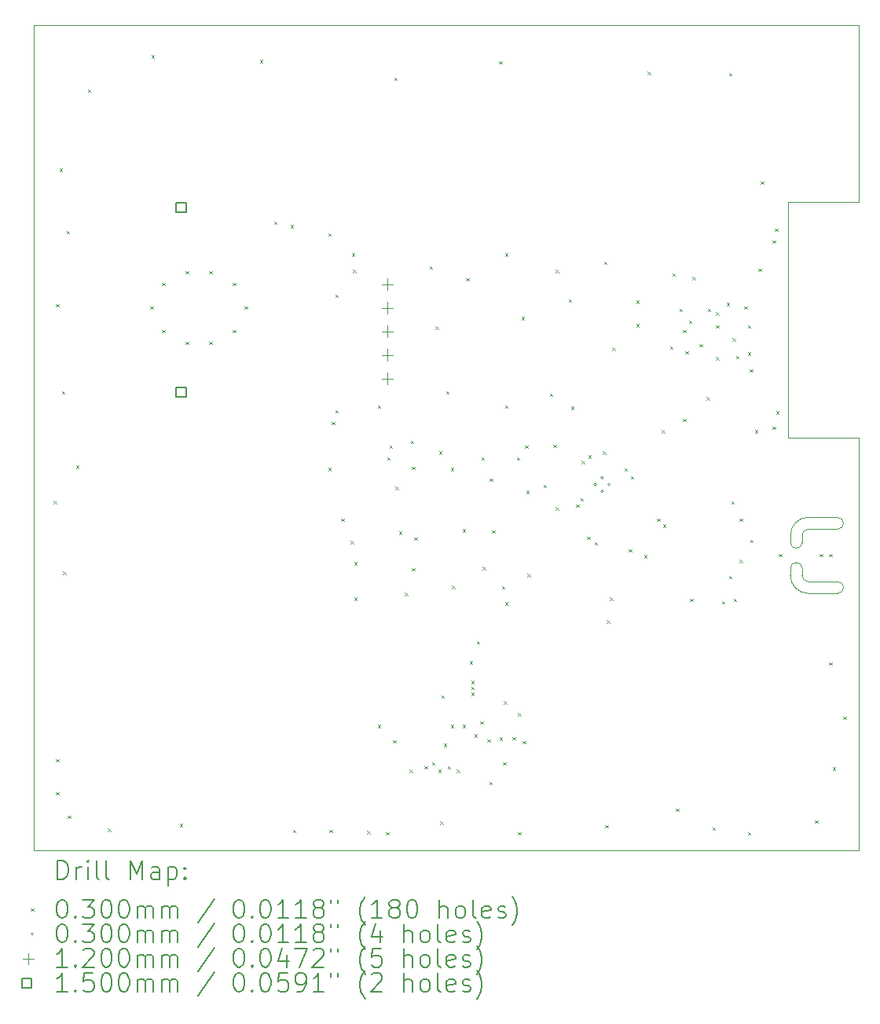
<source format=gbr>
%TF.GenerationSoftware,KiCad,Pcbnew,8.0.6-hq-2-g3d73d9976a*%
%TF.CreationDate,2024-12-24T21:53:37+08:00*%
%TF.ProjectId,DemoBoard_SensorForTemp&Rh_IntegratedWithMCU,44656d6f-426f-4617-9264-5f53656e736f,rev?*%
%TF.SameCoordinates,Original*%
%TF.FileFunction,Drillmap*%
%TF.FilePolarity,Positive*%
%FSLAX45Y45*%
G04 Gerber Fmt 4.5, Leading zero omitted, Abs format (unit mm)*
G04 Created by KiCad (PCBNEW 8.0.6-hq-2-g3d73d9976a) date 2024-12-24 21:53:37*
%MOMM*%
%LPD*%
G01*
G04 APERTURE LIST*
%ADD10C,0.050000*%
%ADD11C,0.200000*%
%ADD12C,0.100000*%
%ADD13C,0.120000*%
%ADD14C,0.150000*%
G04 APERTURE END LIST*
D10*
X16281400Y-11077940D02*
G75*
G02*
X16281400Y-11204940I0J-63500D01*
G01*
X15748000Y-9525000D02*
X16510000Y-9525000D01*
X7620000Y-13970000D02*
X7620000Y-5080000D01*
X15963900Y-11077940D02*
G75*
G02*
X15900400Y-11014440I0J63500D01*
G01*
X16281400Y-10387060D02*
G75*
G02*
X16281400Y-10514060I0J-63500D01*
G01*
X16281400Y-10514060D02*
X15963900Y-10514060D01*
X15963900Y-10387060D02*
X16281400Y-10387060D01*
X15900400Y-10577560D02*
G75*
G02*
X15963900Y-10514060I63500J0D01*
G01*
X15773400Y-10935700D02*
G75*
G02*
X15900400Y-10935700I63500J0D01*
G01*
X15748000Y-6985000D02*
X15748000Y-9525000D01*
X15963900Y-11204940D02*
X16281400Y-11204940D01*
X15900400Y-10656300D02*
G75*
G02*
X15773400Y-10656300I-63500J0D01*
G01*
X7620000Y-5080000D02*
X16510000Y-5080000D01*
X15773400Y-10935700D02*
X15773400Y-11014440D01*
X16510000Y-13970000D02*
X7620000Y-13970000D01*
X15773400Y-10656300D02*
X15773400Y-10577560D01*
X15900400Y-10935700D02*
X15900400Y-11014440D01*
X16510000Y-6985000D02*
X15748000Y-6985000D01*
X15963900Y-11204940D02*
G75*
G02*
X15773400Y-11014440I0J190500D01*
G01*
X15773400Y-10577560D02*
G75*
G02*
X15963900Y-10387060I190500J0D01*
G01*
X15900400Y-10656300D02*
X15900400Y-10577560D01*
X16281400Y-11077940D02*
X15963900Y-11077940D01*
X16510000Y-5080000D02*
X16510000Y-6985000D01*
X16510000Y-9525000D02*
X16510000Y-13970000D01*
D11*
D12*
X7833600Y-10208500D02*
X7863600Y-10238500D01*
X7863600Y-10208500D02*
X7833600Y-10238500D01*
X7859000Y-8087600D02*
X7889000Y-8117600D01*
X7889000Y-8087600D02*
X7859000Y-8117600D01*
X7859000Y-12989800D02*
X7889000Y-13019800D01*
X7889000Y-12989800D02*
X7859000Y-13019800D01*
X7859000Y-13345400D02*
X7889000Y-13375400D01*
X7889000Y-13345400D02*
X7859000Y-13375400D01*
X7897100Y-6627100D02*
X7927100Y-6657100D01*
X7927100Y-6627100D02*
X7897100Y-6657100D01*
X7922500Y-9027400D02*
X7952500Y-9057400D01*
X7952500Y-9027400D02*
X7922500Y-9057400D01*
X7935200Y-10970500D02*
X7965200Y-11000500D01*
X7965200Y-10970500D02*
X7935200Y-11000500D01*
X7973300Y-7300200D02*
X8003300Y-7330200D01*
X8003300Y-7300200D02*
X7973300Y-7330200D01*
X7986000Y-13599400D02*
X8016000Y-13629400D01*
X8016000Y-13599400D02*
X7986000Y-13629400D01*
X8074900Y-9827500D02*
X8104900Y-9857500D01*
X8104900Y-9827500D02*
X8074900Y-9857500D01*
X8201900Y-5776200D02*
X8231900Y-5806200D01*
X8231900Y-5776200D02*
X8201900Y-5806200D01*
X8417800Y-13739100D02*
X8447800Y-13769100D01*
X8447800Y-13739100D02*
X8417800Y-13769100D01*
X8875000Y-8113000D02*
X8905000Y-8143000D01*
X8905000Y-8113000D02*
X8875000Y-8143000D01*
X8887700Y-5407900D02*
X8917700Y-5437900D01*
X8917700Y-5407900D02*
X8887700Y-5437900D01*
X9002000Y-7859000D02*
X9032000Y-7889000D01*
X9032000Y-7859000D02*
X9002000Y-7889000D01*
X9002000Y-8367000D02*
X9032000Y-8397000D01*
X9032000Y-8367000D02*
X9002000Y-8397000D01*
X9192500Y-13688300D02*
X9222500Y-13718300D01*
X9222500Y-13688300D02*
X9192500Y-13718300D01*
X9256000Y-7732000D02*
X9286000Y-7762000D01*
X9286000Y-7732000D02*
X9256000Y-7762000D01*
X9256000Y-8494000D02*
X9286000Y-8524000D01*
X9286000Y-8494000D02*
X9256000Y-8524000D01*
X9510000Y-7732000D02*
X9540000Y-7762000D01*
X9540000Y-7732000D02*
X9510000Y-7762000D01*
X9510000Y-8494000D02*
X9540000Y-8524000D01*
X9540000Y-8494000D02*
X9510000Y-8524000D01*
X9764000Y-7859000D02*
X9794000Y-7889000D01*
X9794000Y-7859000D02*
X9764000Y-7889000D01*
X9764000Y-8367000D02*
X9794000Y-8397000D01*
X9794000Y-8367000D02*
X9764000Y-8397000D01*
X9891000Y-8113000D02*
X9921000Y-8143000D01*
X9921000Y-8113000D02*
X9891000Y-8143000D01*
X10056100Y-5458700D02*
X10086100Y-5488700D01*
X10086100Y-5458700D02*
X10056100Y-5488700D01*
X10208500Y-7198600D02*
X10238500Y-7228600D01*
X10238500Y-7198600D02*
X10208500Y-7228600D01*
X10386300Y-7236700D02*
X10416300Y-7266700D01*
X10416300Y-7236700D02*
X10386300Y-7266700D01*
X10411700Y-13751800D02*
X10441700Y-13781800D01*
X10441700Y-13751800D02*
X10411700Y-13781800D01*
X10792700Y-7325600D02*
X10822700Y-7355600D01*
X10822700Y-7325600D02*
X10792700Y-7355600D01*
X10792700Y-9852900D02*
X10822700Y-9882900D01*
X10822700Y-9852900D02*
X10792700Y-9882900D01*
X10805400Y-13751800D02*
X10835400Y-13781800D01*
X10835400Y-13751800D02*
X10805400Y-13781800D01*
X10830800Y-9357600D02*
X10860800Y-9387600D01*
X10860800Y-9357600D02*
X10830800Y-9387600D01*
X10868900Y-7986000D02*
X10898900Y-8016000D01*
X10898900Y-7986000D02*
X10868900Y-8016000D01*
X10868900Y-9230600D02*
X10898900Y-9260600D01*
X10898900Y-9230600D02*
X10868900Y-9260600D01*
X10932400Y-10399000D02*
X10962400Y-10429000D01*
X10962400Y-10399000D02*
X10932400Y-10429000D01*
X11034000Y-10640300D02*
X11064000Y-10670300D01*
X11064000Y-10640300D02*
X11034000Y-10670300D01*
X11046700Y-7541500D02*
X11076700Y-7571500D01*
X11076700Y-7541500D02*
X11046700Y-7571500D01*
X11059400Y-7719300D02*
X11089400Y-7749300D01*
X11089400Y-7719300D02*
X11059400Y-7749300D01*
X11072100Y-10868900D02*
X11102100Y-10898900D01*
X11102100Y-10868900D02*
X11072100Y-10898900D01*
X11072100Y-11249900D02*
X11102100Y-11279900D01*
X11102100Y-11249900D02*
X11072100Y-11279900D01*
X11211800Y-13764500D02*
X11241800Y-13794500D01*
X11241800Y-13764500D02*
X11211800Y-13794500D01*
X11326100Y-9179800D02*
X11356100Y-9209800D01*
X11356100Y-9179800D02*
X11326100Y-9209800D01*
X11327096Y-12622496D02*
X11357096Y-12652496D01*
X11357096Y-12622496D02*
X11327096Y-12652496D01*
X11415000Y-13777200D02*
X11445000Y-13807200D01*
X11445000Y-13777200D02*
X11415000Y-13807200D01*
X11427700Y-9738600D02*
X11457700Y-9768600D01*
X11457700Y-9738600D02*
X11427700Y-9768600D01*
X11453100Y-9611600D02*
X11483100Y-9641600D01*
X11483100Y-9611600D02*
X11453100Y-9641600D01*
X11491200Y-12786600D02*
X11521200Y-12816600D01*
X11521200Y-12786600D02*
X11491200Y-12816600D01*
X11503900Y-5649200D02*
X11533900Y-5679200D01*
X11533900Y-5649200D02*
X11503900Y-5679200D01*
X11516600Y-10056100D02*
X11546600Y-10086100D01*
X11546600Y-10056100D02*
X11516600Y-10086100D01*
X11554700Y-10538700D02*
X11584700Y-10568700D01*
X11584700Y-10538700D02*
X11554700Y-10568700D01*
X11618200Y-11199100D02*
X11648200Y-11229100D01*
X11648200Y-11199100D02*
X11618200Y-11229100D01*
X11669000Y-13104100D02*
X11699000Y-13134100D01*
X11699000Y-13104100D02*
X11669000Y-13134100D01*
X11681700Y-9560800D02*
X11711700Y-9590800D01*
X11711700Y-9560800D02*
X11681700Y-9590800D01*
X11694400Y-9840200D02*
X11724400Y-9870200D01*
X11724400Y-9840200D02*
X11694400Y-9870200D01*
X11694400Y-10932400D02*
X11724400Y-10962400D01*
X11724400Y-10932400D02*
X11694400Y-10962400D01*
X11719800Y-10602200D02*
X11749800Y-10632200D01*
X11749800Y-10602200D02*
X11719800Y-10632200D01*
X11829000Y-13066000D02*
X11859000Y-13096000D01*
X11859000Y-13066000D02*
X11829000Y-13096000D01*
X11884900Y-7681200D02*
X11914900Y-7711200D01*
X11914900Y-7681200D02*
X11884900Y-7711200D01*
X11910300Y-13022820D02*
X11940300Y-13052820D01*
X11940300Y-13022820D02*
X11910300Y-13052820D01*
X11948400Y-8328900D02*
X11978400Y-8358900D01*
X11978400Y-8328900D02*
X11948400Y-8358900D01*
X11979000Y-13104100D02*
X12009000Y-13134100D01*
X12009000Y-13104100D02*
X11979000Y-13134100D01*
X11986500Y-9675100D02*
X12016500Y-9705100D01*
X12016500Y-9675100D02*
X11986500Y-9705100D01*
X11999200Y-13662900D02*
X12029200Y-13692900D01*
X12029200Y-13662900D02*
X11999200Y-13692900D01*
X12011900Y-12304000D02*
X12041900Y-12334000D01*
X12041900Y-12304000D02*
X12011900Y-12334000D01*
X12037300Y-12824700D02*
X12067300Y-12854700D01*
X12067300Y-12824700D02*
X12037300Y-12854700D01*
X12062700Y-9027400D02*
X12092700Y-9057400D01*
X12092700Y-9027400D02*
X12062700Y-9057400D01*
X12077940Y-13066000D02*
X12107940Y-13096000D01*
X12107940Y-13066000D02*
X12077940Y-13096000D01*
X12113500Y-9852900D02*
X12143500Y-9882900D01*
X12143500Y-9852900D02*
X12113500Y-9882900D01*
X12113500Y-12621500D02*
X12143500Y-12651500D01*
X12143500Y-12621500D02*
X12113500Y-12651500D01*
X12126200Y-11122900D02*
X12156200Y-11152900D01*
X12156200Y-11122900D02*
X12126200Y-11152900D01*
X12179000Y-13104100D02*
X12209000Y-13134100D01*
X12209000Y-13104100D02*
X12179000Y-13134100D01*
X12240500Y-10513300D02*
X12270500Y-10543300D01*
X12270500Y-10513300D02*
X12240500Y-10543300D01*
X12240500Y-12621500D02*
X12270500Y-12651500D01*
X12270500Y-12621500D02*
X12240500Y-12651500D01*
X12278600Y-7808200D02*
X12308600Y-7838200D01*
X12308600Y-7808200D02*
X12278600Y-7838200D01*
X12316700Y-11935700D02*
X12346700Y-11965700D01*
X12346700Y-11935700D02*
X12316700Y-11965700D01*
X12335750Y-12145250D02*
X12365750Y-12175250D01*
X12365750Y-12145250D02*
X12335750Y-12175250D01*
X12335750Y-12208750D02*
X12365750Y-12238750D01*
X12365750Y-12208750D02*
X12335750Y-12238750D01*
X12335750Y-12272250D02*
X12365750Y-12302250D01*
X12365750Y-12272250D02*
X12335750Y-12302250D01*
X12367500Y-12723100D02*
X12397500Y-12753100D01*
X12397500Y-12723100D02*
X12367500Y-12753100D01*
X12392900Y-11719800D02*
X12422900Y-11749800D01*
X12422900Y-11719800D02*
X12392900Y-11749800D01*
X12431000Y-12583400D02*
X12461000Y-12613400D01*
X12461000Y-12583400D02*
X12431000Y-12613400D01*
X12443700Y-9738600D02*
X12473700Y-9768600D01*
X12473700Y-9738600D02*
X12443700Y-9768600D01*
X12456400Y-10919700D02*
X12486400Y-10949700D01*
X12486400Y-10919700D02*
X12456400Y-10949700D01*
X12507200Y-12778980D02*
X12537200Y-12808980D01*
X12537200Y-12778980D02*
X12507200Y-12808980D01*
X12528790Y-13233640D02*
X12558790Y-13263640D01*
X12558790Y-13233640D02*
X12528790Y-13263640D01*
X12532600Y-9967200D02*
X12562600Y-9997200D01*
X12562600Y-9967200D02*
X12532600Y-9997200D01*
X12558000Y-10526000D02*
X12588000Y-10556000D01*
X12588000Y-10526000D02*
X12558000Y-10556000D01*
X12634200Y-5471400D02*
X12664200Y-5501400D01*
X12664200Y-5471400D02*
X12634200Y-5501400D01*
X12638000Y-12757000D02*
X12668000Y-12787000D01*
X12668000Y-12757000D02*
X12638000Y-12787000D01*
X12664045Y-11124805D02*
X12694045Y-11154805D01*
X12694045Y-11124805D02*
X12664045Y-11154805D01*
X12679000Y-13022820D02*
X12709000Y-13052820D01*
X12709000Y-13022820D02*
X12679000Y-13052820D01*
X12685000Y-12367500D02*
X12715000Y-12397500D01*
X12715000Y-12367500D02*
X12685000Y-12397500D01*
X12697700Y-7541500D02*
X12727700Y-7571500D01*
X12727700Y-7541500D02*
X12697700Y-7571500D01*
X12697700Y-9179800D02*
X12727700Y-9209800D01*
X12727700Y-9179800D02*
X12697700Y-9209800D01*
X12697700Y-11300700D02*
X12727700Y-11330700D01*
X12727700Y-11300700D02*
X12697700Y-11330700D01*
X12779000Y-12753600D02*
X12809000Y-12783600D01*
X12809000Y-12753600D02*
X12779000Y-12783600D01*
X12824700Y-9738600D02*
X12854700Y-9768600D01*
X12854700Y-9738600D02*
X12824700Y-9768600D01*
X12837400Y-12494500D02*
X12867400Y-12524500D01*
X12867400Y-12494500D02*
X12837400Y-12524500D01*
X12837400Y-13777200D02*
X12867400Y-13807200D01*
X12867400Y-13777200D02*
X12837400Y-13807200D01*
X12875500Y-8227300D02*
X12905500Y-8257300D01*
X12905500Y-8227300D02*
X12875500Y-8257300D01*
X12888200Y-12792950D02*
X12918200Y-12822950D01*
X12918200Y-12792950D02*
X12888200Y-12822950D01*
X12913600Y-9611600D02*
X12943600Y-9641600D01*
X12943600Y-9611600D02*
X12913600Y-9641600D01*
X12927928Y-10095828D02*
X12957928Y-10125828D01*
X12957928Y-10095828D02*
X12927928Y-10125828D01*
X12939000Y-10995900D02*
X12969000Y-11025900D01*
X12969000Y-10995900D02*
X12939000Y-11025900D01*
X13111720Y-10033240D02*
X13141720Y-10063240D01*
X13141720Y-10033240D02*
X13111720Y-10063240D01*
X13180300Y-9052800D02*
X13210300Y-9082800D01*
X13210300Y-9052800D02*
X13180300Y-9082800D01*
X13218400Y-9601440D02*
X13248400Y-9631440D01*
X13248400Y-9601440D02*
X13218400Y-9631440D01*
X13242530Y-10277080D02*
X13272530Y-10307080D01*
X13272530Y-10277080D02*
X13242530Y-10307080D01*
X13243800Y-7719300D02*
X13273800Y-7749300D01*
X13273800Y-7719300D02*
X13243800Y-7749300D01*
X13383500Y-8036800D02*
X13413500Y-8066800D01*
X13413500Y-8036800D02*
X13383500Y-8066800D01*
X13408900Y-9192500D02*
X13438900Y-9222500D01*
X13438900Y-9192500D02*
X13408900Y-9222500D01*
X13466050Y-10246600D02*
X13496050Y-10276600D01*
X13496050Y-10246600D02*
X13466050Y-10276600D01*
X13511770Y-10179290D02*
X13541770Y-10209290D01*
X13541770Y-10179290D02*
X13511770Y-10209290D01*
X13523200Y-9776700D02*
X13553200Y-9806700D01*
X13553200Y-9776700D02*
X13523200Y-9806700D01*
X13581620Y-10592040D02*
X13611620Y-10622040D01*
X13611620Y-10592040D02*
X13581620Y-10622040D01*
X13594320Y-9718280D02*
X13624320Y-9748280D01*
X13624320Y-9718280D02*
X13594320Y-9748280D01*
X13662900Y-10653000D02*
X13692900Y-10683000D01*
X13692900Y-10653000D02*
X13662900Y-10683000D01*
X13751800Y-9673395D02*
X13781800Y-9703395D01*
X13781800Y-9673395D02*
X13751800Y-9703395D01*
X13764500Y-7630400D02*
X13794500Y-7660400D01*
X13794500Y-7630400D02*
X13764500Y-7660400D01*
X13777200Y-13701000D02*
X13807200Y-13731000D01*
X13807200Y-13701000D02*
X13777200Y-13731000D01*
X13793710Y-11495010D02*
X13823710Y-11525010D01*
X13823710Y-11495010D02*
X13793710Y-11525010D01*
X13828000Y-11249900D02*
X13858000Y-11279900D01*
X13858000Y-11249900D02*
X13828000Y-11279900D01*
X13853400Y-8557500D02*
X13883400Y-8587500D01*
X13883400Y-8557500D02*
X13853400Y-8587500D01*
X13985480Y-9855440D02*
X14015480Y-9885440D01*
X14015480Y-9855440D02*
X13985480Y-9885440D01*
X14031200Y-10729200D02*
X14061200Y-10759200D01*
X14061200Y-10729200D02*
X14031200Y-10759200D01*
X14051520Y-9941800D02*
X14081520Y-9971800D01*
X14081520Y-9941800D02*
X14051520Y-9971800D01*
X14109940Y-8049500D02*
X14139940Y-8079500D01*
X14139940Y-8049500D02*
X14109940Y-8079500D01*
X14112480Y-8303500D02*
X14142480Y-8333500D01*
X14142480Y-8303500D02*
X14112480Y-8333500D01*
X14196300Y-10792700D02*
X14226300Y-10822700D01*
X14226300Y-10792700D02*
X14196300Y-10822700D01*
X14234400Y-5585700D02*
X14264400Y-5615700D01*
X14264400Y-5585700D02*
X14234400Y-5615700D01*
X14336000Y-10399000D02*
X14366000Y-10429000D01*
X14366000Y-10399000D02*
X14336000Y-10429000D01*
X14386800Y-9446500D02*
X14416800Y-9476500D01*
X14416800Y-9446500D02*
X14386800Y-9476500D01*
X14399500Y-10462500D02*
X14429500Y-10492500D01*
X14429500Y-10462500D02*
X14399500Y-10492500D01*
X14475700Y-8544800D02*
X14505700Y-8574800D01*
X14505700Y-8544800D02*
X14475700Y-8574800D01*
X14501100Y-7757400D02*
X14531100Y-7787400D01*
X14531100Y-7757400D02*
X14501100Y-7787400D01*
X14539200Y-13523200D02*
X14569200Y-13553200D01*
X14569200Y-13523200D02*
X14539200Y-13553200D01*
X14577300Y-8138400D02*
X14607300Y-8168400D01*
X14607300Y-8138400D02*
X14577300Y-8168400D01*
X14615400Y-8367000D02*
X14645400Y-8397000D01*
X14645400Y-8367000D02*
X14615400Y-8397000D01*
X14615400Y-9322040D02*
X14645400Y-9352040D01*
X14645400Y-9322040D02*
X14615400Y-9352040D01*
X14640800Y-8595600D02*
X14670800Y-8625600D01*
X14670800Y-8595600D02*
X14640800Y-8625600D01*
X14678900Y-8265400D02*
X14708900Y-8295400D01*
X14708900Y-8265400D02*
X14678900Y-8295400D01*
X14691600Y-11262600D02*
X14721600Y-11292600D01*
X14721600Y-11262600D02*
X14691600Y-11292600D01*
X14717000Y-7795500D02*
X14747000Y-7825500D01*
X14747000Y-7795500D02*
X14717000Y-7825500D01*
X14793200Y-8519400D02*
X14823200Y-8549400D01*
X14823200Y-8519400D02*
X14793200Y-8549400D01*
X14868519Y-9091781D02*
X14898519Y-9121781D01*
X14898519Y-9091781D02*
X14868519Y-9121781D01*
X14882100Y-8138400D02*
X14912100Y-8168400D01*
X14912100Y-8138400D02*
X14882100Y-8168400D01*
X14932900Y-13726400D02*
X14962900Y-13756400D01*
X14962900Y-13726400D02*
X14932900Y-13756400D01*
X14971000Y-8176500D02*
X15001000Y-8206500D01*
X15001000Y-8176500D02*
X14971000Y-8206500D01*
X14971000Y-8316200D02*
X15001000Y-8346200D01*
X15001000Y-8316200D02*
X14971000Y-8346200D01*
X14971000Y-8659100D02*
X15001000Y-8689100D01*
X15001000Y-8659100D02*
X14971000Y-8689100D01*
X15034500Y-11288000D02*
X15064500Y-11318000D01*
X15064500Y-11288000D02*
X15034500Y-11318000D01*
X15085300Y-8074900D02*
X15115300Y-8104900D01*
X15115300Y-8074900D02*
X15085300Y-8104900D01*
X15110700Y-5598400D02*
X15140700Y-5628400D01*
X15140700Y-5598400D02*
X15110700Y-5628400D01*
X15110700Y-11016220D02*
X15140700Y-11046220D01*
X15140700Y-11016220D02*
X15110700Y-11046220D01*
X15136100Y-10213580D02*
X15166100Y-10243580D01*
X15166100Y-10213580D02*
X15136100Y-10243580D01*
X15148800Y-8455900D02*
X15178800Y-8485900D01*
X15178800Y-8455900D02*
X15148800Y-8485900D01*
X15161500Y-11262600D02*
X15191500Y-11292600D01*
X15191500Y-11262600D02*
X15161500Y-11292600D01*
X15186900Y-8646400D02*
X15216900Y-8676400D01*
X15216900Y-8646400D02*
X15186900Y-8676400D01*
X15225000Y-10399000D02*
X15255000Y-10429000D01*
X15255000Y-10399000D02*
X15225000Y-10429000D01*
X15225000Y-10843500D02*
X15255000Y-10873500D01*
X15255000Y-10843500D02*
X15225000Y-10873500D01*
X15275800Y-8113000D02*
X15305800Y-8143000D01*
X15305800Y-8113000D02*
X15275800Y-8143000D01*
X15313900Y-8316200D02*
X15343900Y-8346200D01*
X15343900Y-8316200D02*
X15313900Y-8346200D01*
X15313900Y-8608300D02*
X15343900Y-8638300D01*
X15343900Y-8608300D02*
X15313900Y-8638300D01*
X15313900Y-13777200D02*
X15343900Y-13807200D01*
X15343900Y-13777200D02*
X15313900Y-13807200D01*
X15336760Y-8788640D02*
X15366760Y-8818640D01*
X15366760Y-8788640D02*
X15336760Y-8818640D01*
X15339300Y-10627600D02*
X15369300Y-10657600D01*
X15369300Y-10627600D02*
X15339300Y-10657600D01*
X15390100Y-9446500D02*
X15420100Y-9476500D01*
X15420100Y-9446500D02*
X15390100Y-9476500D01*
X15428200Y-7706600D02*
X15458200Y-7736600D01*
X15458200Y-7706600D02*
X15428200Y-7736600D01*
X15453600Y-6766800D02*
X15483600Y-6796800D01*
X15483600Y-6766800D02*
X15453600Y-6796800D01*
X15580600Y-7401800D02*
X15610600Y-7431800D01*
X15610600Y-7401800D02*
X15580600Y-7431800D01*
X15580600Y-9408400D02*
X15610600Y-9438400D01*
X15610600Y-9408400D02*
X15580600Y-9438400D01*
X15606000Y-7274800D02*
X15636000Y-7304800D01*
X15636000Y-7274800D02*
X15606000Y-7304800D01*
X15618700Y-9243300D02*
X15648700Y-9273300D01*
X15648700Y-9243300D02*
X15618700Y-9273300D01*
X15650450Y-10781000D02*
X15680450Y-10811000D01*
X15680450Y-10781000D02*
X15650450Y-10811000D01*
X16037800Y-13650200D02*
X16067800Y-13680200D01*
X16067800Y-13650200D02*
X16037800Y-13680200D01*
X16088600Y-10781000D02*
X16118600Y-10811000D01*
X16118600Y-10781000D02*
X16088600Y-10811000D01*
X16190200Y-10781000D02*
X16220200Y-10811000D01*
X16220200Y-10781000D02*
X16190200Y-10811000D01*
X16190200Y-11948400D02*
X16220200Y-11978400D01*
X16220200Y-11948400D02*
X16190200Y-11978400D01*
X16228300Y-13078700D02*
X16258300Y-13108700D01*
X16258300Y-13078700D02*
X16228300Y-13108700D01*
X16342600Y-12532600D02*
X16372600Y-12562600D01*
X16372600Y-12532600D02*
X16342600Y-12562600D01*
X13684759Y-10033000D02*
G75*
G02*
X13654759Y-10033000I-15000J0D01*
G01*
X13654759Y-10033000D02*
G75*
G02*
X13684759Y-10033000I15000J0D01*
G01*
X13759005Y-9958754D02*
G75*
G02*
X13729005Y-9958754I-15000J0D01*
G01*
X13729005Y-9958754D02*
G75*
G02*
X13759005Y-9958754I15000J0D01*
G01*
X13759005Y-10107246D02*
G75*
G02*
X13729005Y-10107246I-15000J0D01*
G01*
X13729005Y-10107246D02*
G75*
G02*
X13759005Y-10107246I15000J0D01*
G01*
X13833251Y-10033000D02*
G75*
G02*
X13803251Y-10033000I-15000J0D01*
G01*
X13803251Y-10033000D02*
G75*
G02*
X13833251Y-10033000I15000J0D01*
G01*
D13*
X11430000Y-7814000D02*
X11430000Y-7934000D01*
X11370000Y-7874000D02*
X11490000Y-7874000D01*
X11430000Y-8068000D02*
X11430000Y-8188000D01*
X11370000Y-8128000D02*
X11490000Y-8128000D01*
X11430000Y-8322000D02*
X11430000Y-8442000D01*
X11370000Y-8382000D02*
X11490000Y-8382000D01*
X11430000Y-8576000D02*
X11430000Y-8696000D01*
X11370000Y-8636000D02*
X11490000Y-8636000D01*
X11430000Y-8830000D02*
X11430000Y-8950000D01*
X11370000Y-8890000D02*
X11490000Y-8890000D01*
D14*
X9260534Y-7101533D02*
X9260534Y-6995466D01*
X9154467Y-6995466D01*
X9154467Y-7101533D01*
X9260534Y-7101533D01*
X9260534Y-9089534D02*
X9260534Y-8983467D01*
X9154467Y-8983467D01*
X9154467Y-9089534D01*
X9260534Y-9089534D01*
D11*
X7878277Y-14283984D02*
X7878277Y-14083984D01*
X7878277Y-14083984D02*
X7925896Y-14083984D01*
X7925896Y-14083984D02*
X7954467Y-14093508D01*
X7954467Y-14093508D02*
X7973515Y-14112555D01*
X7973515Y-14112555D02*
X7983039Y-14131603D01*
X7983039Y-14131603D02*
X7992562Y-14169698D01*
X7992562Y-14169698D02*
X7992562Y-14198269D01*
X7992562Y-14198269D02*
X7983039Y-14236365D01*
X7983039Y-14236365D02*
X7973515Y-14255412D01*
X7973515Y-14255412D02*
X7954467Y-14274460D01*
X7954467Y-14274460D02*
X7925896Y-14283984D01*
X7925896Y-14283984D02*
X7878277Y-14283984D01*
X8078277Y-14283984D02*
X8078277Y-14150650D01*
X8078277Y-14188746D02*
X8087801Y-14169698D01*
X8087801Y-14169698D02*
X8097324Y-14160174D01*
X8097324Y-14160174D02*
X8116372Y-14150650D01*
X8116372Y-14150650D02*
X8135420Y-14150650D01*
X8202086Y-14283984D02*
X8202086Y-14150650D01*
X8202086Y-14083984D02*
X8192562Y-14093508D01*
X8192562Y-14093508D02*
X8202086Y-14103031D01*
X8202086Y-14103031D02*
X8211610Y-14093508D01*
X8211610Y-14093508D02*
X8202086Y-14083984D01*
X8202086Y-14083984D02*
X8202086Y-14103031D01*
X8325896Y-14283984D02*
X8306848Y-14274460D01*
X8306848Y-14274460D02*
X8297324Y-14255412D01*
X8297324Y-14255412D02*
X8297324Y-14083984D01*
X8430658Y-14283984D02*
X8411610Y-14274460D01*
X8411610Y-14274460D02*
X8402086Y-14255412D01*
X8402086Y-14255412D02*
X8402086Y-14083984D01*
X8659229Y-14283984D02*
X8659229Y-14083984D01*
X8659229Y-14083984D02*
X8725896Y-14226841D01*
X8725896Y-14226841D02*
X8792563Y-14083984D01*
X8792563Y-14083984D02*
X8792563Y-14283984D01*
X8973515Y-14283984D02*
X8973515Y-14179222D01*
X8973515Y-14179222D02*
X8963991Y-14160174D01*
X8963991Y-14160174D02*
X8944944Y-14150650D01*
X8944944Y-14150650D02*
X8906848Y-14150650D01*
X8906848Y-14150650D02*
X8887801Y-14160174D01*
X8973515Y-14274460D02*
X8954467Y-14283984D01*
X8954467Y-14283984D02*
X8906848Y-14283984D01*
X8906848Y-14283984D02*
X8887801Y-14274460D01*
X8887801Y-14274460D02*
X8878277Y-14255412D01*
X8878277Y-14255412D02*
X8878277Y-14236365D01*
X8878277Y-14236365D02*
X8887801Y-14217317D01*
X8887801Y-14217317D02*
X8906848Y-14207793D01*
X8906848Y-14207793D02*
X8954467Y-14207793D01*
X8954467Y-14207793D02*
X8973515Y-14198269D01*
X9068753Y-14150650D02*
X9068753Y-14350650D01*
X9068753Y-14160174D02*
X9087801Y-14150650D01*
X9087801Y-14150650D02*
X9125896Y-14150650D01*
X9125896Y-14150650D02*
X9144944Y-14160174D01*
X9144944Y-14160174D02*
X9154467Y-14169698D01*
X9154467Y-14169698D02*
X9163991Y-14188746D01*
X9163991Y-14188746D02*
X9163991Y-14245888D01*
X9163991Y-14245888D02*
X9154467Y-14264936D01*
X9154467Y-14264936D02*
X9144944Y-14274460D01*
X9144944Y-14274460D02*
X9125896Y-14283984D01*
X9125896Y-14283984D02*
X9087801Y-14283984D01*
X9087801Y-14283984D02*
X9068753Y-14274460D01*
X9249705Y-14264936D02*
X9259229Y-14274460D01*
X9259229Y-14274460D02*
X9249705Y-14283984D01*
X9249705Y-14283984D02*
X9240182Y-14274460D01*
X9240182Y-14274460D02*
X9249705Y-14264936D01*
X9249705Y-14264936D02*
X9249705Y-14283984D01*
X9249705Y-14160174D02*
X9259229Y-14169698D01*
X9259229Y-14169698D02*
X9249705Y-14179222D01*
X9249705Y-14179222D02*
X9240182Y-14169698D01*
X9240182Y-14169698D02*
X9249705Y-14160174D01*
X9249705Y-14160174D02*
X9249705Y-14179222D01*
D12*
X7587500Y-14597500D02*
X7617500Y-14627500D01*
X7617500Y-14597500D02*
X7587500Y-14627500D01*
D11*
X7916372Y-14503984D02*
X7935420Y-14503984D01*
X7935420Y-14503984D02*
X7954467Y-14513508D01*
X7954467Y-14513508D02*
X7963991Y-14523031D01*
X7963991Y-14523031D02*
X7973515Y-14542079D01*
X7973515Y-14542079D02*
X7983039Y-14580174D01*
X7983039Y-14580174D02*
X7983039Y-14627793D01*
X7983039Y-14627793D02*
X7973515Y-14665888D01*
X7973515Y-14665888D02*
X7963991Y-14684936D01*
X7963991Y-14684936D02*
X7954467Y-14694460D01*
X7954467Y-14694460D02*
X7935420Y-14703984D01*
X7935420Y-14703984D02*
X7916372Y-14703984D01*
X7916372Y-14703984D02*
X7897324Y-14694460D01*
X7897324Y-14694460D02*
X7887801Y-14684936D01*
X7887801Y-14684936D02*
X7878277Y-14665888D01*
X7878277Y-14665888D02*
X7868753Y-14627793D01*
X7868753Y-14627793D02*
X7868753Y-14580174D01*
X7868753Y-14580174D02*
X7878277Y-14542079D01*
X7878277Y-14542079D02*
X7887801Y-14523031D01*
X7887801Y-14523031D02*
X7897324Y-14513508D01*
X7897324Y-14513508D02*
X7916372Y-14503984D01*
X8068753Y-14684936D02*
X8078277Y-14694460D01*
X8078277Y-14694460D02*
X8068753Y-14703984D01*
X8068753Y-14703984D02*
X8059229Y-14694460D01*
X8059229Y-14694460D02*
X8068753Y-14684936D01*
X8068753Y-14684936D02*
X8068753Y-14703984D01*
X8144943Y-14503984D02*
X8268753Y-14503984D01*
X8268753Y-14503984D02*
X8202086Y-14580174D01*
X8202086Y-14580174D02*
X8230658Y-14580174D01*
X8230658Y-14580174D02*
X8249705Y-14589698D01*
X8249705Y-14589698D02*
X8259229Y-14599222D01*
X8259229Y-14599222D02*
X8268753Y-14618269D01*
X8268753Y-14618269D02*
X8268753Y-14665888D01*
X8268753Y-14665888D02*
X8259229Y-14684936D01*
X8259229Y-14684936D02*
X8249705Y-14694460D01*
X8249705Y-14694460D02*
X8230658Y-14703984D01*
X8230658Y-14703984D02*
X8173515Y-14703984D01*
X8173515Y-14703984D02*
X8154467Y-14694460D01*
X8154467Y-14694460D02*
X8144943Y-14684936D01*
X8392563Y-14503984D02*
X8411610Y-14503984D01*
X8411610Y-14503984D02*
X8430658Y-14513508D01*
X8430658Y-14513508D02*
X8440182Y-14523031D01*
X8440182Y-14523031D02*
X8449705Y-14542079D01*
X8449705Y-14542079D02*
X8459229Y-14580174D01*
X8459229Y-14580174D02*
X8459229Y-14627793D01*
X8459229Y-14627793D02*
X8449705Y-14665888D01*
X8449705Y-14665888D02*
X8440182Y-14684936D01*
X8440182Y-14684936D02*
X8430658Y-14694460D01*
X8430658Y-14694460D02*
X8411610Y-14703984D01*
X8411610Y-14703984D02*
X8392563Y-14703984D01*
X8392563Y-14703984D02*
X8373515Y-14694460D01*
X8373515Y-14694460D02*
X8363991Y-14684936D01*
X8363991Y-14684936D02*
X8354467Y-14665888D01*
X8354467Y-14665888D02*
X8344943Y-14627793D01*
X8344943Y-14627793D02*
X8344943Y-14580174D01*
X8344943Y-14580174D02*
X8354467Y-14542079D01*
X8354467Y-14542079D02*
X8363991Y-14523031D01*
X8363991Y-14523031D02*
X8373515Y-14513508D01*
X8373515Y-14513508D02*
X8392563Y-14503984D01*
X8583039Y-14503984D02*
X8602086Y-14503984D01*
X8602086Y-14503984D02*
X8621134Y-14513508D01*
X8621134Y-14513508D02*
X8630658Y-14523031D01*
X8630658Y-14523031D02*
X8640182Y-14542079D01*
X8640182Y-14542079D02*
X8649705Y-14580174D01*
X8649705Y-14580174D02*
X8649705Y-14627793D01*
X8649705Y-14627793D02*
X8640182Y-14665888D01*
X8640182Y-14665888D02*
X8630658Y-14684936D01*
X8630658Y-14684936D02*
X8621134Y-14694460D01*
X8621134Y-14694460D02*
X8602086Y-14703984D01*
X8602086Y-14703984D02*
X8583039Y-14703984D01*
X8583039Y-14703984D02*
X8563991Y-14694460D01*
X8563991Y-14694460D02*
X8554467Y-14684936D01*
X8554467Y-14684936D02*
X8544944Y-14665888D01*
X8544944Y-14665888D02*
X8535420Y-14627793D01*
X8535420Y-14627793D02*
X8535420Y-14580174D01*
X8535420Y-14580174D02*
X8544944Y-14542079D01*
X8544944Y-14542079D02*
X8554467Y-14523031D01*
X8554467Y-14523031D02*
X8563991Y-14513508D01*
X8563991Y-14513508D02*
X8583039Y-14503984D01*
X8735420Y-14703984D02*
X8735420Y-14570650D01*
X8735420Y-14589698D02*
X8744944Y-14580174D01*
X8744944Y-14580174D02*
X8763991Y-14570650D01*
X8763991Y-14570650D02*
X8792563Y-14570650D01*
X8792563Y-14570650D02*
X8811610Y-14580174D01*
X8811610Y-14580174D02*
X8821134Y-14599222D01*
X8821134Y-14599222D02*
X8821134Y-14703984D01*
X8821134Y-14599222D02*
X8830658Y-14580174D01*
X8830658Y-14580174D02*
X8849705Y-14570650D01*
X8849705Y-14570650D02*
X8878277Y-14570650D01*
X8878277Y-14570650D02*
X8897325Y-14580174D01*
X8897325Y-14580174D02*
X8906848Y-14599222D01*
X8906848Y-14599222D02*
X8906848Y-14703984D01*
X9002086Y-14703984D02*
X9002086Y-14570650D01*
X9002086Y-14589698D02*
X9011610Y-14580174D01*
X9011610Y-14580174D02*
X9030658Y-14570650D01*
X9030658Y-14570650D02*
X9059229Y-14570650D01*
X9059229Y-14570650D02*
X9078277Y-14580174D01*
X9078277Y-14580174D02*
X9087801Y-14599222D01*
X9087801Y-14599222D02*
X9087801Y-14703984D01*
X9087801Y-14599222D02*
X9097325Y-14580174D01*
X9097325Y-14580174D02*
X9116372Y-14570650D01*
X9116372Y-14570650D02*
X9144944Y-14570650D01*
X9144944Y-14570650D02*
X9163991Y-14580174D01*
X9163991Y-14580174D02*
X9173515Y-14599222D01*
X9173515Y-14599222D02*
X9173515Y-14703984D01*
X9563991Y-14494460D02*
X9392563Y-14751603D01*
X9821134Y-14503984D02*
X9840182Y-14503984D01*
X9840182Y-14503984D02*
X9859229Y-14513508D01*
X9859229Y-14513508D02*
X9868753Y-14523031D01*
X9868753Y-14523031D02*
X9878277Y-14542079D01*
X9878277Y-14542079D02*
X9887801Y-14580174D01*
X9887801Y-14580174D02*
X9887801Y-14627793D01*
X9887801Y-14627793D02*
X9878277Y-14665888D01*
X9878277Y-14665888D02*
X9868753Y-14684936D01*
X9868753Y-14684936D02*
X9859229Y-14694460D01*
X9859229Y-14694460D02*
X9840182Y-14703984D01*
X9840182Y-14703984D02*
X9821134Y-14703984D01*
X9821134Y-14703984D02*
X9802087Y-14694460D01*
X9802087Y-14694460D02*
X9792563Y-14684936D01*
X9792563Y-14684936D02*
X9783039Y-14665888D01*
X9783039Y-14665888D02*
X9773515Y-14627793D01*
X9773515Y-14627793D02*
X9773515Y-14580174D01*
X9773515Y-14580174D02*
X9783039Y-14542079D01*
X9783039Y-14542079D02*
X9792563Y-14523031D01*
X9792563Y-14523031D02*
X9802087Y-14513508D01*
X9802087Y-14513508D02*
X9821134Y-14503984D01*
X9973515Y-14684936D02*
X9983039Y-14694460D01*
X9983039Y-14694460D02*
X9973515Y-14703984D01*
X9973515Y-14703984D02*
X9963991Y-14694460D01*
X9963991Y-14694460D02*
X9973515Y-14684936D01*
X9973515Y-14684936D02*
X9973515Y-14703984D01*
X10106848Y-14503984D02*
X10125896Y-14503984D01*
X10125896Y-14503984D02*
X10144944Y-14513508D01*
X10144944Y-14513508D02*
X10154468Y-14523031D01*
X10154468Y-14523031D02*
X10163991Y-14542079D01*
X10163991Y-14542079D02*
X10173515Y-14580174D01*
X10173515Y-14580174D02*
X10173515Y-14627793D01*
X10173515Y-14627793D02*
X10163991Y-14665888D01*
X10163991Y-14665888D02*
X10154468Y-14684936D01*
X10154468Y-14684936D02*
X10144944Y-14694460D01*
X10144944Y-14694460D02*
X10125896Y-14703984D01*
X10125896Y-14703984D02*
X10106848Y-14703984D01*
X10106848Y-14703984D02*
X10087801Y-14694460D01*
X10087801Y-14694460D02*
X10078277Y-14684936D01*
X10078277Y-14684936D02*
X10068753Y-14665888D01*
X10068753Y-14665888D02*
X10059229Y-14627793D01*
X10059229Y-14627793D02*
X10059229Y-14580174D01*
X10059229Y-14580174D02*
X10068753Y-14542079D01*
X10068753Y-14542079D02*
X10078277Y-14523031D01*
X10078277Y-14523031D02*
X10087801Y-14513508D01*
X10087801Y-14513508D02*
X10106848Y-14503984D01*
X10363991Y-14703984D02*
X10249706Y-14703984D01*
X10306848Y-14703984D02*
X10306848Y-14503984D01*
X10306848Y-14503984D02*
X10287801Y-14532555D01*
X10287801Y-14532555D02*
X10268753Y-14551603D01*
X10268753Y-14551603D02*
X10249706Y-14561127D01*
X10554468Y-14703984D02*
X10440182Y-14703984D01*
X10497325Y-14703984D02*
X10497325Y-14503984D01*
X10497325Y-14503984D02*
X10478277Y-14532555D01*
X10478277Y-14532555D02*
X10459229Y-14551603D01*
X10459229Y-14551603D02*
X10440182Y-14561127D01*
X10668753Y-14589698D02*
X10649706Y-14580174D01*
X10649706Y-14580174D02*
X10640182Y-14570650D01*
X10640182Y-14570650D02*
X10630658Y-14551603D01*
X10630658Y-14551603D02*
X10630658Y-14542079D01*
X10630658Y-14542079D02*
X10640182Y-14523031D01*
X10640182Y-14523031D02*
X10649706Y-14513508D01*
X10649706Y-14513508D02*
X10668753Y-14503984D01*
X10668753Y-14503984D02*
X10706849Y-14503984D01*
X10706849Y-14503984D02*
X10725896Y-14513508D01*
X10725896Y-14513508D02*
X10735420Y-14523031D01*
X10735420Y-14523031D02*
X10744944Y-14542079D01*
X10744944Y-14542079D02*
X10744944Y-14551603D01*
X10744944Y-14551603D02*
X10735420Y-14570650D01*
X10735420Y-14570650D02*
X10725896Y-14580174D01*
X10725896Y-14580174D02*
X10706849Y-14589698D01*
X10706849Y-14589698D02*
X10668753Y-14589698D01*
X10668753Y-14589698D02*
X10649706Y-14599222D01*
X10649706Y-14599222D02*
X10640182Y-14608746D01*
X10640182Y-14608746D02*
X10630658Y-14627793D01*
X10630658Y-14627793D02*
X10630658Y-14665888D01*
X10630658Y-14665888D02*
X10640182Y-14684936D01*
X10640182Y-14684936D02*
X10649706Y-14694460D01*
X10649706Y-14694460D02*
X10668753Y-14703984D01*
X10668753Y-14703984D02*
X10706849Y-14703984D01*
X10706849Y-14703984D02*
X10725896Y-14694460D01*
X10725896Y-14694460D02*
X10735420Y-14684936D01*
X10735420Y-14684936D02*
X10744944Y-14665888D01*
X10744944Y-14665888D02*
X10744944Y-14627793D01*
X10744944Y-14627793D02*
X10735420Y-14608746D01*
X10735420Y-14608746D02*
X10725896Y-14599222D01*
X10725896Y-14599222D02*
X10706849Y-14589698D01*
X10821134Y-14503984D02*
X10821134Y-14542079D01*
X10897325Y-14503984D02*
X10897325Y-14542079D01*
X11192563Y-14780174D02*
X11183039Y-14770650D01*
X11183039Y-14770650D02*
X11163991Y-14742079D01*
X11163991Y-14742079D02*
X11154468Y-14723031D01*
X11154468Y-14723031D02*
X11144944Y-14694460D01*
X11144944Y-14694460D02*
X11135420Y-14646841D01*
X11135420Y-14646841D02*
X11135420Y-14608746D01*
X11135420Y-14608746D02*
X11144944Y-14561127D01*
X11144944Y-14561127D02*
X11154468Y-14532555D01*
X11154468Y-14532555D02*
X11163991Y-14513508D01*
X11163991Y-14513508D02*
X11183039Y-14484936D01*
X11183039Y-14484936D02*
X11192563Y-14475412D01*
X11373515Y-14703984D02*
X11259229Y-14703984D01*
X11316372Y-14703984D02*
X11316372Y-14503984D01*
X11316372Y-14503984D02*
X11297325Y-14532555D01*
X11297325Y-14532555D02*
X11278277Y-14551603D01*
X11278277Y-14551603D02*
X11259229Y-14561127D01*
X11487801Y-14589698D02*
X11468753Y-14580174D01*
X11468753Y-14580174D02*
X11459229Y-14570650D01*
X11459229Y-14570650D02*
X11449706Y-14551603D01*
X11449706Y-14551603D02*
X11449706Y-14542079D01*
X11449706Y-14542079D02*
X11459229Y-14523031D01*
X11459229Y-14523031D02*
X11468753Y-14513508D01*
X11468753Y-14513508D02*
X11487801Y-14503984D01*
X11487801Y-14503984D02*
X11525896Y-14503984D01*
X11525896Y-14503984D02*
X11544944Y-14513508D01*
X11544944Y-14513508D02*
X11554468Y-14523031D01*
X11554468Y-14523031D02*
X11563991Y-14542079D01*
X11563991Y-14542079D02*
X11563991Y-14551603D01*
X11563991Y-14551603D02*
X11554468Y-14570650D01*
X11554468Y-14570650D02*
X11544944Y-14580174D01*
X11544944Y-14580174D02*
X11525896Y-14589698D01*
X11525896Y-14589698D02*
X11487801Y-14589698D01*
X11487801Y-14589698D02*
X11468753Y-14599222D01*
X11468753Y-14599222D02*
X11459229Y-14608746D01*
X11459229Y-14608746D02*
X11449706Y-14627793D01*
X11449706Y-14627793D02*
X11449706Y-14665888D01*
X11449706Y-14665888D02*
X11459229Y-14684936D01*
X11459229Y-14684936D02*
X11468753Y-14694460D01*
X11468753Y-14694460D02*
X11487801Y-14703984D01*
X11487801Y-14703984D02*
X11525896Y-14703984D01*
X11525896Y-14703984D02*
X11544944Y-14694460D01*
X11544944Y-14694460D02*
X11554468Y-14684936D01*
X11554468Y-14684936D02*
X11563991Y-14665888D01*
X11563991Y-14665888D02*
X11563991Y-14627793D01*
X11563991Y-14627793D02*
X11554468Y-14608746D01*
X11554468Y-14608746D02*
X11544944Y-14599222D01*
X11544944Y-14599222D02*
X11525896Y-14589698D01*
X11687801Y-14503984D02*
X11706849Y-14503984D01*
X11706849Y-14503984D02*
X11725896Y-14513508D01*
X11725896Y-14513508D02*
X11735420Y-14523031D01*
X11735420Y-14523031D02*
X11744944Y-14542079D01*
X11744944Y-14542079D02*
X11754468Y-14580174D01*
X11754468Y-14580174D02*
X11754468Y-14627793D01*
X11754468Y-14627793D02*
X11744944Y-14665888D01*
X11744944Y-14665888D02*
X11735420Y-14684936D01*
X11735420Y-14684936D02*
X11725896Y-14694460D01*
X11725896Y-14694460D02*
X11706849Y-14703984D01*
X11706849Y-14703984D02*
X11687801Y-14703984D01*
X11687801Y-14703984D02*
X11668753Y-14694460D01*
X11668753Y-14694460D02*
X11659229Y-14684936D01*
X11659229Y-14684936D02*
X11649706Y-14665888D01*
X11649706Y-14665888D02*
X11640182Y-14627793D01*
X11640182Y-14627793D02*
X11640182Y-14580174D01*
X11640182Y-14580174D02*
X11649706Y-14542079D01*
X11649706Y-14542079D02*
X11659229Y-14523031D01*
X11659229Y-14523031D02*
X11668753Y-14513508D01*
X11668753Y-14513508D02*
X11687801Y-14503984D01*
X11992563Y-14703984D02*
X11992563Y-14503984D01*
X12078277Y-14703984D02*
X12078277Y-14599222D01*
X12078277Y-14599222D02*
X12068753Y-14580174D01*
X12068753Y-14580174D02*
X12049706Y-14570650D01*
X12049706Y-14570650D02*
X12021134Y-14570650D01*
X12021134Y-14570650D02*
X12002087Y-14580174D01*
X12002087Y-14580174D02*
X11992563Y-14589698D01*
X12202087Y-14703984D02*
X12183039Y-14694460D01*
X12183039Y-14694460D02*
X12173515Y-14684936D01*
X12173515Y-14684936D02*
X12163991Y-14665888D01*
X12163991Y-14665888D02*
X12163991Y-14608746D01*
X12163991Y-14608746D02*
X12173515Y-14589698D01*
X12173515Y-14589698D02*
X12183039Y-14580174D01*
X12183039Y-14580174D02*
X12202087Y-14570650D01*
X12202087Y-14570650D02*
X12230658Y-14570650D01*
X12230658Y-14570650D02*
X12249706Y-14580174D01*
X12249706Y-14580174D02*
X12259230Y-14589698D01*
X12259230Y-14589698D02*
X12268753Y-14608746D01*
X12268753Y-14608746D02*
X12268753Y-14665888D01*
X12268753Y-14665888D02*
X12259230Y-14684936D01*
X12259230Y-14684936D02*
X12249706Y-14694460D01*
X12249706Y-14694460D02*
X12230658Y-14703984D01*
X12230658Y-14703984D02*
X12202087Y-14703984D01*
X12383039Y-14703984D02*
X12363991Y-14694460D01*
X12363991Y-14694460D02*
X12354468Y-14675412D01*
X12354468Y-14675412D02*
X12354468Y-14503984D01*
X12535420Y-14694460D02*
X12516372Y-14703984D01*
X12516372Y-14703984D02*
X12478277Y-14703984D01*
X12478277Y-14703984D02*
X12459230Y-14694460D01*
X12459230Y-14694460D02*
X12449706Y-14675412D01*
X12449706Y-14675412D02*
X12449706Y-14599222D01*
X12449706Y-14599222D02*
X12459230Y-14580174D01*
X12459230Y-14580174D02*
X12478277Y-14570650D01*
X12478277Y-14570650D02*
X12516372Y-14570650D01*
X12516372Y-14570650D02*
X12535420Y-14580174D01*
X12535420Y-14580174D02*
X12544944Y-14599222D01*
X12544944Y-14599222D02*
X12544944Y-14618269D01*
X12544944Y-14618269D02*
X12449706Y-14637317D01*
X12621134Y-14694460D02*
X12640182Y-14703984D01*
X12640182Y-14703984D02*
X12678277Y-14703984D01*
X12678277Y-14703984D02*
X12697325Y-14694460D01*
X12697325Y-14694460D02*
X12706849Y-14675412D01*
X12706849Y-14675412D02*
X12706849Y-14665888D01*
X12706849Y-14665888D02*
X12697325Y-14646841D01*
X12697325Y-14646841D02*
X12678277Y-14637317D01*
X12678277Y-14637317D02*
X12649706Y-14637317D01*
X12649706Y-14637317D02*
X12630658Y-14627793D01*
X12630658Y-14627793D02*
X12621134Y-14608746D01*
X12621134Y-14608746D02*
X12621134Y-14599222D01*
X12621134Y-14599222D02*
X12630658Y-14580174D01*
X12630658Y-14580174D02*
X12649706Y-14570650D01*
X12649706Y-14570650D02*
X12678277Y-14570650D01*
X12678277Y-14570650D02*
X12697325Y-14580174D01*
X12773515Y-14780174D02*
X12783039Y-14770650D01*
X12783039Y-14770650D02*
X12802087Y-14742079D01*
X12802087Y-14742079D02*
X12811611Y-14723031D01*
X12811611Y-14723031D02*
X12821134Y-14694460D01*
X12821134Y-14694460D02*
X12830658Y-14646841D01*
X12830658Y-14646841D02*
X12830658Y-14608746D01*
X12830658Y-14608746D02*
X12821134Y-14561127D01*
X12821134Y-14561127D02*
X12811611Y-14532555D01*
X12811611Y-14532555D02*
X12802087Y-14513508D01*
X12802087Y-14513508D02*
X12783039Y-14484936D01*
X12783039Y-14484936D02*
X12773515Y-14475412D01*
D12*
X7617500Y-14876500D02*
G75*
G02*
X7587500Y-14876500I-15000J0D01*
G01*
X7587500Y-14876500D02*
G75*
G02*
X7617500Y-14876500I15000J0D01*
G01*
D11*
X7916372Y-14767984D02*
X7935420Y-14767984D01*
X7935420Y-14767984D02*
X7954467Y-14777508D01*
X7954467Y-14777508D02*
X7963991Y-14787031D01*
X7963991Y-14787031D02*
X7973515Y-14806079D01*
X7973515Y-14806079D02*
X7983039Y-14844174D01*
X7983039Y-14844174D02*
X7983039Y-14891793D01*
X7983039Y-14891793D02*
X7973515Y-14929888D01*
X7973515Y-14929888D02*
X7963991Y-14948936D01*
X7963991Y-14948936D02*
X7954467Y-14958460D01*
X7954467Y-14958460D02*
X7935420Y-14967984D01*
X7935420Y-14967984D02*
X7916372Y-14967984D01*
X7916372Y-14967984D02*
X7897324Y-14958460D01*
X7897324Y-14958460D02*
X7887801Y-14948936D01*
X7887801Y-14948936D02*
X7878277Y-14929888D01*
X7878277Y-14929888D02*
X7868753Y-14891793D01*
X7868753Y-14891793D02*
X7868753Y-14844174D01*
X7868753Y-14844174D02*
X7878277Y-14806079D01*
X7878277Y-14806079D02*
X7887801Y-14787031D01*
X7887801Y-14787031D02*
X7897324Y-14777508D01*
X7897324Y-14777508D02*
X7916372Y-14767984D01*
X8068753Y-14948936D02*
X8078277Y-14958460D01*
X8078277Y-14958460D02*
X8068753Y-14967984D01*
X8068753Y-14967984D02*
X8059229Y-14958460D01*
X8059229Y-14958460D02*
X8068753Y-14948936D01*
X8068753Y-14948936D02*
X8068753Y-14967984D01*
X8144943Y-14767984D02*
X8268753Y-14767984D01*
X8268753Y-14767984D02*
X8202086Y-14844174D01*
X8202086Y-14844174D02*
X8230658Y-14844174D01*
X8230658Y-14844174D02*
X8249705Y-14853698D01*
X8249705Y-14853698D02*
X8259229Y-14863222D01*
X8259229Y-14863222D02*
X8268753Y-14882269D01*
X8268753Y-14882269D02*
X8268753Y-14929888D01*
X8268753Y-14929888D02*
X8259229Y-14948936D01*
X8259229Y-14948936D02*
X8249705Y-14958460D01*
X8249705Y-14958460D02*
X8230658Y-14967984D01*
X8230658Y-14967984D02*
X8173515Y-14967984D01*
X8173515Y-14967984D02*
X8154467Y-14958460D01*
X8154467Y-14958460D02*
X8144943Y-14948936D01*
X8392563Y-14767984D02*
X8411610Y-14767984D01*
X8411610Y-14767984D02*
X8430658Y-14777508D01*
X8430658Y-14777508D02*
X8440182Y-14787031D01*
X8440182Y-14787031D02*
X8449705Y-14806079D01*
X8449705Y-14806079D02*
X8459229Y-14844174D01*
X8459229Y-14844174D02*
X8459229Y-14891793D01*
X8459229Y-14891793D02*
X8449705Y-14929888D01*
X8449705Y-14929888D02*
X8440182Y-14948936D01*
X8440182Y-14948936D02*
X8430658Y-14958460D01*
X8430658Y-14958460D02*
X8411610Y-14967984D01*
X8411610Y-14967984D02*
X8392563Y-14967984D01*
X8392563Y-14967984D02*
X8373515Y-14958460D01*
X8373515Y-14958460D02*
X8363991Y-14948936D01*
X8363991Y-14948936D02*
X8354467Y-14929888D01*
X8354467Y-14929888D02*
X8344943Y-14891793D01*
X8344943Y-14891793D02*
X8344943Y-14844174D01*
X8344943Y-14844174D02*
X8354467Y-14806079D01*
X8354467Y-14806079D02*
X8363991Y-14787031D01*
X8363991Y-14787031D02*
X8373515Y-14777508D01*
X8373515Y-14777508D02*
X8392563Y-14767984D01*
X8583039Y-14767984D02*
X8602086Y-14767984D01*
X8602086Y-14767984D02*
X8621134Y-14777508D01*
X8621134Y-14777508D02*
X8630658Y-14787031D01*
X8630658Y-14787031D02*
X8640182Y-14806079D01*
X8640182Y-14806079D02*
X8649705Y-14844174D01*
X8649705Y-14844174D02*
X8649705Y-14891793D01*
X8649705Y-14891793D02*
X8640182Y-14929888D01*
X8640182Y-14929888D02*
X8630658Y-14948936D01*
X8630658Y-14948936D02*
X8621134Y-14958460D01*
X8621134Y-14958460D02*
X8602086Y-14967984D01*
X8602086Y-14967984D02*
X8583039Y-14967984D01*
X8583039Y-14967984D02*
X8563991Y-14958460D01*
X8563991Y-14958460D02*
X8554467Y-14948936D01*
X8554467Y-14948936D02*
X8544944Y-14929888D01*
X8544944Y-14929888D02*
X8535420Y-14891793D01*
X8535420Y-14891793D02*
X8535420Y-14844174D01*
X8535420Y-14844174D02*
X8544944Y-14806079D01*
X8544944Y-14806079D02*
X8554467Y-14787031D01*
X8554467Y-14787031D02*
X8563991Y-14777508D01*
X8563991Y-14777508D02*
X8583039Y-14767984D01*
X8735420Y-14967984D02*
X8735420Y-14834650D01*
X8735420Y-14853698D02*
X8744944Y-14844174D01*
X8744944Y-14844174D02*
X8763991Y-14834650D01*
X8763991Y-14834650D02*
X8792563Y-14834650D01*
X8792563Y-14834650D02*
X8811610Y-14844174D01*
X8811610Y-14844174D02*
X8821134Y-14863222D01*
X8821134Y-14863222D02*
X8821134Y-14967984D01*
X8821134Y-14863222D02*
X8830658Y-14844174D01*
X8830658Y-14844174D02*
X8849705Y-14834650D01*
X8849705Y-14834650D02*
X8878277Y-14834650D01*
X8878277Y-14834650D02*
X8897325Y-14844174D01*
X8897325Y-14844174D02*
X8906848Y-14863222D01*
X8906848Y-14863222D02*
X8906848Y-14967984D01*
X9002086Y-14967984D02*
X9002086Y-14834650D01*
X9002086Y-14853698D02*
X9011610Y-14844174D01*
X9011610Y-14844174D02*
X9030658Y-14834650D01*
X9030658Y-14834650D02*
X9059229Y-14834650D01*
X9059229Y-14834650D02*
X9078277Y-14844174D01*
X9078277Y-14844174D02*
X9087801Y-14863222D01*
X9087801Y-14863222D02*
X9087801Y-14967984D01*
X9087801Y-14863222D02*
X9097325Y-14844174D01*
X9097325Y-14844174D02*
X9116372Y-14834650D01*
X9116372Y-14834650D02*
X9144944Y-14834650D01*
X9144944Y-14834650D02*
X9163991Y-14844174D01*
X9163991Y-14844174D02*
X9173515Y-14863222D01*
X9173515Y-14863222D02*
X9173515Y-14967984D01*
X9563991Y-14758460D02*
X9392563Y-15015603D01*
X9821134Y-14767984D02*
X9840182Y-14767984D01*
X9840182Y-14767984D02*
X9859229Y-14777508D01*
X9859229Y-14777508D02*
X9868753Y-14787031D01*
X9868753Y-14787031D02*
X9878277Y-14806079D01*
X9878277Y-14806079D02*
X9887801Y-14844174D01*
X9887801Y-14844174D02*
X9887801Y-14891793D01*
X9887801Y-14891793D02*
X9878277Y-14929888D01*
X9878277Y-14929888D02*
X9868753Y-14948936D01*
X9868753Y-14948936D02*
X9859229Y-14958460D01*
X9859229Y-14958460D02*
X9840182Y-14967984D01*
X9840182Y-14967984D02*
X9821134Y-14967984D01*
X9821134Y-14967984D02*
X9802087Y-14958460D01*
X9802087Y-14958460D02*
X9792563Y-14948936D01*
X9792563Y-14948936D02*
X9783039Y-14929888D01*
X9783039Y-14929888D02*
X9773515Y-14891793D01*
X9773515Y-14891793D02*
X9773515Y-14844174D01*
X9773515Y-14844174D02*
X9783039Y-14806079D01*
X9783039Y-14806079D02*
X9792563Y-14787031D01*
X9792563Y-14787031D02*
X9802087Y-14777508D01*
X9802087Y-14777508D02*
X9821134Y-14767984D01*
X9973515Y-14948936D02*
X9983039Y-14958460D01*
X9983039Y-14958460D02*
X9973515Y-14967984D01*
X9973515Y-14967984D02*
X9963991Y-14958460D01*
X9963991Y-14958460D02*
X9973515Y-14948936D01*
X9973515Y-14948936D02*
X9973515Y-14967984D01*
X10106848Y-14767984D02*
X10125896Y-14767984D01*
X10125896Y-14767984D02*
X10144944Y-14777508D01*
X10144944Y-14777508D02*
X10154468Y-14787031D01*
X10154468Y-14787031D02*
X10163991Y-14806079D01*
X10163991Y-14806079D02*
X10173515Y-14844174D01*
X10173515Y-14844174D02*
X10173515Y-14891793D01*
X10173515Y-14891793D02*
X10163991Y-14929888D01*
X10163991Y-14929888D02*
X10154468Y-14948936D01*
X10154468Y-14948936D02*
X10144944Y-14958460D01*
X10144944Y-14958460D02*
X10125896Y-14967984D01*
X10125896Y-14967984D02*
X10106848Y-14967984D01*
X10106848Y-14967984D02*
X10087801Y-14958460D01*
X10087801Y-14958460D02*
X10078277Y-14948936D01*
X10078277Y-14948936D02*
X10068753Y-14929888D01*
X10068753Y-14929888D02*
X10059229Y-14891793D01*
X10059229Y-14891793D02*
X10059229Y-14844174D01*
X10059229Y-14844174D02*
X10068753Y-14806079D01*
X10068753Y-14806079D02*
X10078277Y-14787031D01*
X10078277Y-14787031D02*
X10087801Y-14777508D01*
X10087801Y-14777508D02*
X10106848Y-14767984D01*
X10363991Y-14967984D02*
X10249706Y-14967984D01*
X10306848Y-14967984D02*
X10306848Y-14767984D01*
X10306848Y-14767984D02*
X10287801Y-14796555D01*
X10287801Y-14796555D02*
X10268753Y-14815603D01*
X10268753Y-14815603D02*
X10249706Y-14825127D01*
X10554468Y-14967984D02*
X10440182Y-14967984D01*
X10497325Y-14967984D02*
X10497325Y-14767984D01*
X10497325Y-14767984D02*
X10478277Y-14796555D01*
X10478277Y-14796555D02*
X10459229Y-14815603D01*
X10459229Y-14815603D02*
X10440182Y-14825127D01*
X10668753Y-14853698D02*
X10649706Y-14844174D01*
X10649706Y-14844174D02*
X10640182Y-14834650D01*
X10640182Y-14834650D02*
X10630658Y-14815603D01*
X10630658Y-14815603D02*
X10630658Y-14806079D01*
X10630658Y-14806079D02*
X10640182Y-14787031D01*
X10640182Y-14787031D02*
X10649706Y-14777508D01*
X10649706Y-14777508D02*
X10668753Y-14767984D01*
X10668753Y-14767984D02*
X10706849Y-14767984D01*
X10706849Y-14767984D02*
X10725896Y-14777508D01*
X10725896Y-14777508D02*
X10735420Y-14787031D01*
X10735420Y-14787031D02*
X10744944Y-14806079D01*
X10744944Y-14806079D02*
X10744944Y-14815603D01*
X10744944Y-14815603D02*
X10735420Y-14834650D01*
X10735420Y-14834650D02*
X10725896Y-14844174D01*
X10725896Y-14844174D02*
X10706849Y-14853698D01*
X10706849Y-14853698D02*
X10668753Y-14853698D01*
X10668753Y-14853698D02*
X10649706Y-14863222D01*
X10649706Y-14863222D02*
X10640182Y-14872746D01*
X10640182Y-14872746D02*
X10630658Y-14891793D01*
X10630658Y-14891793D02*
X10630658Y-14929888D01*
X10630658Y-14929888D02*
X10640182Y-14948936D01*
X10640182Y-14948936D02*
X10649706Y-14958460D01*
X10649706Y-14958460D02*
X10668753Y-14967984D01*
X10668753Y-14967984D02*
X10706849Y-14967984D01*
X10706849Y-14967984D02*
X10725896Y-14958460D01*
X10725896Y-14958460D02*
X10735420Y-14948936D01*
X10735420Y-14948936D02*
X10744944Y-14929888D01*
X10744944Y-14929888D02*
X10744944Y-14891793D01*
X10744944Y-14891793D02*
X10735420Y-14872746D01*
X10735420Y-14872746D02*
X10725896Y-14863222D01*
X10725896Y-14863222D02*
X10706849Y-14853698D01*
X10821134Y-14767984D02*
X10821134Y-14806079D01*
X10897325Y-14767984D02*
X10897325Y-14806079D01*
X11192563Y-15044174D02*
X11183039Y-15034650D01*
X11183039Y-15034650D02*
X11163991Y-15006079D01*
X11163991Y-15006079D02*
X11154468Y-14987031D01*
X11154468Y-14987031D02*
X11144944Y-14958460D01*
X11144944Y-14958460D02*
X11135420Y-14910841D01*
X11135420Y-14910841D02*
X11135420Y-14872746D01*
X11135420Y-14872746D02*
X11144944Y-14825127D01*
X11144944Y-14825127D02*
X11154468Y-14796555D01*
X11154468Y-14796555D02*
X11163991Y-14777508D01*
X11163991Y-14777508D02*
X11183039Y-14748936D01*
X11183039Y-14748936D02*
X11192563Y-14739412D01*
X11354468Y-14834650D02*
X11354468Y-14967984D01*
X11306848Y-14758460D02*
X11259229Y-14901317D01*
X11259229Y-14901317D02*
X11383039Y-14901317D01*
X11611610Y-14967984D02*
X11611610Y-14767984D01*
X11697325Y-14967984D02*
X11697325Y-14863222D01*
X11697325Y-14863222D02*
X11687801Y-14844174D01*
X11687801Y-14844174D02*
X11668753Y-14834650D01*
X11668753Y-14834650D02*
X11640182Y-14834650D01*
X11640182Y-14834650D02*
X11621134Y-14844174D01*
X11621134Y-14844174D02*
X11611610Y-14853698D01*
X11821134Y-14967984D02*
X11802087Y-14958460D01*
X11802087Y-14958460D02*
X11792563Y-14948936D01*
X11792563Y-14948936D02*
X11783039Y-14929888D01*
X11783039Y-14929888D02*
X11783039Y-14872746D01*
X11783039Y-14872746D02*
X11792563Y-14853698D01*
X11792563Y-14853698D02*
X11802087Y-14844174D01*
X11802087Y-14844174D02*
X11821134Y-14834650D01*
X11821134Y-14834650D02*
X11849706Y-14834650D01*
X11849706Y-14834650D02*
X11868753Y-14844174D01*
X11868753Y-14844174D02*
X11878277Y-14853698D01*
X11878277Y-14853698D02*
X11887801Y-14872746D01*
X11887801Y-14872746D02*
X11887801Y-14929888D01*
X11887801Y-14929888D02*
X11878277Y-14948936D01*
X11878277Y-14948936D02*
X11868753Y-14958460D01*
X11868753Y-14958460D02*
X11849706Y-14967984D01*
X11849706Y-14967984D02*
X11821134Y-14967984D01*
X12002087Y-14967984D02*
X11983039Y-14958460D01*
X11983039Y-14958460D02*
X11973515Y-14939412D01*
X11973515Y-14939412D02*
X11973515Y-14767984D01*
X12154468Y-14958460D02*
X12135420Y-14967984D01*
X12135420Y-14967984D02*
X12097325Y-14967984D01*
X12097325Y-14967984D02*
X12078277Y-14958460D01*
X12078277Y-14958460D02*
X12068753Y-14939412D01*
X12068753Y-14939412D02*
X12068753Y-14863222D01*
X12068753Y-14863222D02*
X12078277Y-14844174D01*
X12078277Y-14844174D02*
X12097325Y-14834650D01*
X12097325Y-14834650D02*
X12135420Y-14834650D01*
X12135420Y-14834650D02*
X12154468Y-14844174D01*
X12154468Y-14844174D02*
X12163991Y-14863222D01*
X12163991Y-14863222D02*
X12163991Y-14882269D01*
X12163991Y-14882269D02*
X12068753Y-14901317D01*
X12240182Y-14958460D02*
X12259230Y-14967984D01*
X12259230Y-14967984D02*
X12297325Y-14967984D01*
X12297325Y-14967984D02*
X12316372Y-14958460D01*
X12316372Y-14958460D02*
X12325896Y-14939412D01*
X12325896Y-14939412D02*
X12325896Y-14929888D01*
X12325896Y-14929888D02*
X12316372Y-14910841D01*
X12316372Y-14910841D02*
X12297325Y-14901317D01*
X12297325Y-14901317D02*
X12268753Y-14901317D01*
X12268753Y-14901317D02*
X12249706Y-14891793D01*
X12249706Y-14891793D02*
X12240182Y-14872746D01*
X12240182Y-14872746D02*
X12240182Y-14863222D01*
X12240182Y-14863222D02*
X12249706Y-14844174D01*
X12249706Y-14844174D02*
X12268753Y-14834650D01*
X12268753Y-14834650D02*
X12297325Y-14834650D01*
X12297325Y-14834650D02*
X12316372Y-14844174D01*
X12392563Y-15044174D02*
X12402087Y-15034650D01*
X12402087Y-15034650D02*
X12421134Y-15006079D01*
X12421134Y-15006079D02*
X12430658Y-14987031D01*
X12430658Y-14987031D02*
X12440182Y-14958460D01*
X12440182Y-14958460D02*
X12449706Y-14910841D01*
X12449706Y-14910841D02*
X12449706Y-14872746D01*
X12449706Y-14872746D02*
X12440182Y-14825127D01*
X12440182Y-14825127D02*
X12430658Y-14796555D01*
X12430658Y-14796555D02*
X12421134Y-14777508D01*
X12421134Y-14777508D02*
X12402087Y-14748936D01*
X12402087Y-14748936D02*
X12392563Y-14739412D01*
D13*
X7557500Y-15080500D02*
X7557500Y-15200500D01*
X7497500Y-15140500D02*
X7617500Y-15140500D01*
D11*
X7983039Y-15231984D02*
X7868753Y-15231984D01*
X7925896Y-15231984D02*
X7925896Y-15031984D01*
X7925896Y-15031984D02*
X7906848Y-15060555D01*
X7906848Y-15060555D02*
X7887801Y-15079603D01*
X7887801Y-15079603D02*
X7868753Y-15089127D01*
X8068753Y-15212936D02*
X8078277Y-15222460D01*
X8078277Y-15222460D02*
X8068753Y-15231984D01*
X8068753Y-15231984D02*
X8059229Y-15222460D01*
X8059229Y-15222460D02*
X8068753Y-15212936D01*
X8068753Y-15212936D02*
X8068753Y-15231984D01*
X8154467Y-15051031D02*
X8163991Y-15041508D01*
X8163991Y-15041508D02*
X8183039Y-15031984D01*
X8183039Y-15031984D02*
X8230658Y-15031984D01*
X8230658Y-15031984D02*
X8249705Y-15041508D01*
X8249705Y-15041508D02*
X8259229Y-15051031D01*
X8259229Y-15051031D02*
X8268753Y-15070079D01*
X8268753Y-15070079D02*
X8268753Y-15089127D01*
X8268753Y-15089127D02*
X8259229Y-15117698D01*
X8259229Y-15117698D02*
X8144943Y-15231984D01*
X8144943Y-15231984D02*
X8268753Y-15231984D01*
X8392563Y-15031984D02*
X8411610Y-15031984D01*
X8411610Y-15031984D02*
X8430658Y-15041508D01*
X8430658Y-15041508D02*
X8440182Y-15051031D01*
X8440182Y-15051031D02*
X8449705Y-15070079D01*
X8449705Y-15070079D02*
X8459229Y-15108174D01*
X8459229Y-15108174D02*
X8459229Y-15155793D01*
X8459229Y-15155793D02*
X8449705Y-15193888D01*
X8449705Y-15193888D02*
X8440182Y-15212936D01*
X8440182Y-15212936D02*
X8430658Y-15222460D01*
X8430658Y-15222460D02*
X8411610Y-15231984D01*
X8411610Y-15231984D02*
X8392563Y-15231984D01*
X8392563Y-15231984D02*
X8373515Y-15222460D01*
X8373515Y-15222460D02*
X8363991Y-15212936D01*
X8363991Y-15212936D02*
X8354467Y-15193888D01*
X8354467Y-15193888D02*
X8344943Y-15155793D01*
X8344943Y-15155793D02*
X8344943Y-15108174D01*
X8344943Y-15108174D02*
X8354467Y-15070079D01*
X8354467Y-15070079D02*
X8363991Y-15051031D01*
X8363991Y-15051031D02*
X8373515Y-15041508D01*
X8373515Y-15041508D02*
X8392563Y-15031984D01*
X8583039Y-15031984D02*
X8602086Y-15031984D01*
X8602086Y-15031984D02*
X8621134Y-15041508D01*
X8621134Y-15041508D02*
X8630658Y-15051031D01*
X8630658Y-15051031D02*
X8640182Y-15070079D01*
X8640182Y-15070079D02*
X8649705Y-15108174D01*
X8649705Y-15108174D02*
X8649705Y-15155793D01*
X8649705Y-15155793D02*
X8640182Y-15193888D01*
X8640182Y-15193888D02*
X8630658Y-15212936D01*
X8630658Y-15212936D02*
X8621134Y-15222460D01*
X8621134Y-15222460D02*
X8602086Y-15231984D01*
X8602086Y-15231984D02*
X8583039Y-15231984D01*
X8583039Y-15231984D02*
X8563991Y-15222460D01*
X8563991Y-15222460D02*
X8554467Y-15212936D01*
X8554467Y-15212936D02*
X8544944Y-15193888D01*
X8544944Y-15193888D02*
X8535420Y-15155793D01*
X8535420Y-15155793D02*
X8535420Y-15108174D01*
X8535420Y-15108174D02*
X8544944Y-15070079D01*
X8544944Y-15070079D02*
X8554467Y-15051031D01*
X8554467Y-15051031D02*
X8563991Y-15041508D01*
X8563991Y-15041508D02*
X8583039Y-15031984D01*
X8735420Y-15231984D02*
X8735420Y-15098650D01*
X8735420Y-15117698D02*
X8744944Y-15108174D01*
X8744944Y-15108174D02*
X8763991Y-15098650D01*
X8763991Y-15098650D02*
X8792563Y-15098650D01*
X8792563Y-15098650D02*
X8811610Y-15108174D01*
X8811610Y-15108174D02*
X8821134Y-15127222D01*
X8821134Y-15127222D02*
X8821134Y-15231984D01*
X8821134Y-15127222D02*
X8830658Y-15108174D01*
X8830658Y-15108174D02*
X8849705Y-15098650D01*
X8849705Y-15098650D02*
X8878277Y-15098650D01*
X8878277Y-15098650D02*
X8897325Y-15108174D01*
X8897325Y-15108174D02*
X8906848Y-15127222D01*
X8906848Y-15127222D02*
X8906848Y-15231984D01*
X9002086Y-15231984D02*
X9002086Y-15098650D01*
X9002086Y-15117698D02*
X9011610Y-15108174D01*
X9011610Y-15108174D02*
X9030658Y-15098650D01*
X9030658Y-15098650D02*
X9059229Y-15098650D01*
X9059229Y-15098650D02*
X9078277Y-15108174D01*
X9078277Y-15108174D02*
X9087801Y-15127222D01*
X9087801Y-15127222D02*
X9087801Y-15231984D01*
X9087801Y-15127222D02*
X9097325Y-15108174D01*
X9097325Y-15108174D02*
X9116372Y-15098650D01*
X9116372Y-15098650D02*
X9144944Y-15098650D01*
X9144944Y-15098650D02*
X9163991Y-15108174D01*
X9163991Y-15108174D02*
X9173515Y-15127222D01*
X9173515Y-15127222D02*
X9173515Y-15231984D01*
X9563991Y-15022460D02*
X9392563Y-15279603D01*
X9821134Y-15031984D02*
X9840182Y-15031984D01*
X9840182Y-15031984D02*
X9859229Y-15041508D01*
X9859229Y-15041508D02*
X9868753Y-15051031D01*
X9868753Y-15051031D02*
X9878277Y-15070079D01*
X9878277Y-15070079D02*
X9887801Y-15108174D01*
X9887801Y-15108174D02*
X9887801Y-15155793D01*
X9887801Y-15155793D02*
X9878277Y-15193888D01*
X9878277Y-15193888D02*
X9868753Y-15212936D01*
X9868753Y-15212936D02*
X9859229Y-15222460D01*
X9859229Y-15222460D02*
X9840182Y-15231984D01*
X9840182Y-15231984D02*
X9821134Y-15231984D01*
X9821134Y-15231984D02*
X9802087Y-15222460D01*
X9802087Y-15222460D02*
X9792563Y-15212936D01*
X9792563Y-15212936D02*
X9783039Y-15193888D01*
X9783039Y-15193888D02*
X9773515Y-15155793D01*
X9773515Y-15155793D02*
X9773515Y-15108174D01*
X9773515Y-15108174D02*
X9783039Y-15070079D01*
X9783039Y-15070079D02*
X9792563Y-15051031D01*
X9792563Y-15051031D02*
X9802087Y-15041508D01*
X9802087Y-15041508D02*
X9821134Y-15031984D01*
X9973515Y-15212936D02*
X9983039Y-15222460D01*
X9983039Y-15222460D02*
X9973515Y-15231984D01*
X9973515Y-15231984D02*
X9963991Y-15222460D01*
X9963991Y-15222460D02*
X9973515Y-15212936D01*
X9973515Y-15212936D02*
X9973515Y-15231984D01*
X10106848Y-15031984D02*
X10125896Y-15031984D01*
X10125896Y-15031984D02*
X10144944Y-15041508D01*
X10144944Y-15041508D02*
X10154468Y-15051031D01*
X10154468Y-15051031D02*
X10163991Y-15070079D01*
X10163991Y-15070079D02*
X10173515Y-15108174D01*
X10173515Y-15108174D02*
X10173515Y-15155793D01*
X10173515Y-15155793D02*
X10163991Y-15193888D01*
X10163991Y-15193888D02*
X10154468Y-15212936D01*
X10154468Y-15212936D02*
X10144944Y-15222460D01*
X10144944Y-15222460D02*
X10125896Y-15231984D01*
X10125896Y-15231984D02*
X10106848Y-15231984D01*
X10106848Y-15231984D02*
X10087801Y-15222460D01*
X10087801Y-15222460D02*
X10078277Y-15212936D01*
X10078277Y-15212936D02*
X10068753Y-15193888D01*
X10068753Y-15193888D02*
X10059229Y-15155793D01*
X10059229Y-15155793D02*
X10059229Y-15108174D01*
X10059229Y-15108174D02*
X10068753Y-15070079D01*
X10068753Y-15070079D02*
X10078277Y-15051031D01*
X10078277Y-15051031D02*
X10087801Y-15041508D01*
X10087801Y-15041508D02*
X10106848Y-15031984D01*
X10344944Y-15098650D02*
X10344944Y-15231984D01*
X10297325Y-15022460D02*
X10249706Y-15165317D01*
X10249706Y-15165317D02*
X10373515Y-15165317D01*
X10430658Y-15031984D02*
X10563991Y-15031984D01*
X10563991Y-15031984D02*
X10478277Y-15231984D01*
X10630658Y-15051031D02*
X10640182Y-15041508D01*
X10640182Y-15041508D02*
X10659229Y-15031984D01*
X10659229Y-15031984D02*
X10706849Y-15031984D01*
X10706849Y-15031984D02*
X10725896Y-15041508D01*
X10725896Y-15041508D02*
X10735420Y-15051031D01*
X10735420Y-15051031D02*
X10744944Y-15070079D01*
X10744944Y-15070079D02*
X10744944Y-15089127D01*
X10744944Y-15089127D02*
X10735420Y-15117698D01*
X10735420Y-15117698D02*
X10621134Y-15231984D01*
X10621134Y-15231984D02*
X10744944Y-15231984D01*
X10821134Y-15031984D02*
X10821134Y-15070079D01*
X10897325Y-15031984D02*
X10897325Y-15070079D01*
X11192563Y-15308174D02*
X11183039Y-15298650D01*
X11183039Y-15298650D02*
X11163991Y-15270079D01*
X11163991Y-15270079D02*
X11154468Y-15251031D01*
X11154468Y-15251031D02*
X11144944Y-15222460D01*
X11144944Y-15222460D02*
X11135420Y-15174841D01*
X11135420Y-15174841D02*
X11135420Y-15136746D01*
X11135420Y-15136746D02*
X11144944Y-15089127D01*
X11144944Y-15089127D02*
X11154468Y-15060555D01*
X11154468Y-15060555D02*
X11163991Y-15041508D01*
X11163991Y-15041508D02*
X11183039Y-15012936D01*
X11183039Y-15012936D02*
X11192563Y-15003412D01*
X11363991Y-15031984D02*
X11268753Y-15031984D01*
X11268753Y-15031984D02*
X11259229Y-15127222D01*
X11259229Y-15127222D02*
X11268753Y-15117698D01*
X11268753Y-15117698D02*
X11287801Y-15108174D01*
X11287801Y-15108174D02*
X11335420Y-15108174D01*
X11335420Y-15108174D02*
X11354468Y-15117698D01*
X11354468Y-15117698D02*
X11363991Y-15127222D01*
X11363991Y-15127222D02*
X11373515Y-15146269D01*
X11373515Y-15146269D02*
X11373515Y-15193888D01*
X11373515Y-15193888D02*
X11363991Y-15212936D01*
X11363991Y-15212936D02*
X11354468Y-15222460D01*
X11354468Y-15222460D02*
X11335420Y-15231984D01*
X11335420Y-15231984D02*
X11287801Y-15231984D01*
X11287801Y-15231984D02*
X11268753Y-15222460D01*
X11268753Y-15222460D02*
X11259229Y-15212936D01*
X11611610Y-15231984D02*
X11611610Y-15031984D01*
X11697325Y-15231984D02*
X11697325Y-15127222D01*
X11697325Y-15127222D02*
X11687801Y-15108174D01*
X11687801Y-15108174D02*
X11668753Y-15098650D01*
X11668753Y-15098650D02*
X11640182Y-15098650D01*
X11640182Y-15098650D02*
X11621134Y-15108174D01*
X11621134Y-15108174D02*
X11611610Y-15117698D01*
X11821134Y-15231984D02*
X11802087Y-15222460D01*
X11802087Y-15222460D02*
X11792563Y-15212936D01*
X11792563Y-15212936D02*
X11783039Y-15193888D01*
X11783039Y-15193888D02*
X11783039Y-15136746D01*
X11783039Y-15136746D02*
X11792563Y-15117698D01*
X11792563Y-15117698D02*
X11802087Y-15108174D01*
X11802087Y-15108174D02*
X11821134Y-15098650D01*
X11821134Y-15098650D02*
X11849706Y-15098650D01*
X11849706Y-15098650D02*
X11868753Y-15108174D01*
X11868753Y-15108174D02*
X11878277Y-15117698D01*
X11878277Y-15117698D02*
X11887801Y-15136746D01*
X11887801Y-15136746D02*
X11887801Y-15193888D01*
X11887801Y-15193888D02*
X11878277Y-15212936D01*
X11878277Y-15212936D02*
X11868753Y-15222460D01*
X11868753Y-15222460D02*
X11849706Y-15231984D01*
X11849706Y-15231984D02*
X11821134Y-15231984D01*
X12002087Y-15231984D02*
X11983039Y-15222460D01*
X11983039Y-15222460D02*
X11973515Y-15203412D01*
X11973515Y-15203412D02*
X11973515Y-15031984D01*
X12154468Y-15222460D02*
X12135420Y-15231984D01*
X12135420Y-15231984D02*
X12097325Y-15231984D01*
X12097325Y-15231984D02*
X12078277Y-15222460D01*
X12078277Y-15222460D02*
X12068753Y-15203412D01*
X12068753Y-15203412D02*
X12068753Y-15127222D01*
X12068753Y-15127222D02*
X12078277Y-15108174D01*
X12078277Y-15108174D02*
X12097325Y-15098650D01*
X12097325Y-15098650D02*
X12135420Y-15098650D01*
X12135420Y-15098650D02*
X12154468Y-15108174D01*
X12154468Y-15108174D02*
X12163991Y-15127222D01*
X12163991Y-15127222D02*
X12163991Y-15146269D01*
X12163991Y-15146269D02*
X12068753Y-15165317D01*
X12240182Y-15222460D02*
X12259230Y-15231984D01*
X12259230Y-15231984D02*
X12297325Y-15231984D01*
X12297325Y-15231984D02*
X12316372Y-15222460D01*
X12316372Y-15222460D02*
X12325896Y-15203412D01*
X12325896Y-15203412D02*
X12325896Y-15193888D01*
X12325896Y-15193888D02*
X12316372Y-15174841D01*
X12316372Y-15174841D02*
X12297325Y-15165317D01*
X12297325Y-15165317D02*
X12268753Y-15165317D01*
X12268753Y-15165317D02*
X12249706Y-15155793D01*
X12249706Y-15155793D02*
X12240182Y-15136746D01*
X12240182Y-15136746D02*
X12240182Y-15127222D01*
X12240182Y-15127222D02*
X12249706Y-15108174D01*
X12249706Y-15108174D02*
X12268753Y-15098650D01*
X12268753Y-15098650D02*
X12297325Y-15098650D01*
X12297325Y-15098650D02*
X12316372Y-15108174D01*
X12392563Y-15308174D02*
X12402087Y-15298650D01*
X12402087Y-15298650D02*
X12421134Y-15270079D01*
X12421134Y-15270079D02*
X12430658Y-15251031D01*
X12430658Y-15251031D02*
X12440182Y-15222460D01*
X12440182Y-15222460D02*
X12449706Y-15174841D01*
X12449706Y-15174841D02*
X12449706Y-15136746D01*
X12449706Y-15136746D02*
X12440182Y-15089127D01*
X12440182Y-15089127D02*
X12430658Y-15060555D01*
X12430658Y-15060555D02*
X12421134Y-15041508D01*
X12421134Y-15041508D02*
X12402087Y-15012936D01*
X12402087Y-15012936D02*
X12392563Y-15003412D01*
D14*
X7595533Y-15457533D02*
X7595533Y-15351466D01*
X7489466Y-15351466D01*
X7489466Y-15457533D01*
X7595533Y-15457533D01*
D11*
X7983039Y-15495984D02*
X7868753Y-15495984D01*
X7925896Y-15495984D02*
X7925896Y-15295984D01*
X7925896Y-15295984D02*
X7906848Y-15324555D01*
X7906848Y-15324555D02*
X7887801Y-15343603D01*
X7887801Y-15343603D02*
X7868753Y-15353127D01*
X8068753Y-15476936D02*
X8078277Y-15486460D01*
X8078277Y-15486460D02*
X8068753Y-15495984D01*
X8068753Y-15495984D02*
X8059229Y-15486460D01*
X8059229Y-15486460D02*
X8068753Y-15476936D01*
X8068753Y-15476936D02*
X8068753Y-15495984D01*
X8259229Y-15295984D02*
X8163991Y-15295984D01*
X8163991Y-15295984D02*
X8154467Y-15391222D01*
X8154467Y-15391222D02*
X8163991Y-15381698D01*
X8163991Y-15381698D02*
X8183039Y-15372174D01*
X8183039Y-15372174D02*
X8230658Y-15372174D01*
X8230658Y-15372174D02*
X8249705Y-15381698D01*
X8249705Y-15381698D02*
X8259229Y-15391222D01*
X8259229Y-15391222D02*
X8268753Y-15410269D01*
X8268753Y-15410269D02*
X8268753Y-15457888D01*
X8268753Y-15457888D02*
X8259229Y-15476936D01*
X8259229Y-15476936D02*
X8249705Y-15486460D01*
X8249705Y-15486460D02*
X8230658Y-15495984D01*
X8230658Y-15495984D02*
X8183039Y-15495984D01*
X8183039Y-15495984D02*
X8163991Y-15486460D01*
X8163991Y-15486460D02*
X8154467Y-15476936D01*
X8392563Y-15295984D02*
X8411610Y-15295984D01*
X8411610Y-15295984D02*
X8430658Y-15305508D01*
X8430658Y-15305508D02*
X8440182Y-15315031D01*
X8440182Y-15315031D02*
X8449705Y-15334079D01*
X8449705Y-15334079D02*
X8459229Y-15372174D01*
X8459229Y-15372174D02*
X8459229Y-15419793D01*
X8459229Y-15419793D02*
X8449705Y-15457888D01*
X8449705Y-15457888D02*
X8440182Y-15476936D01*
X8440182Y-15476936D02*
X8430658Y-15486460D01*
X8430658Y-15486460D02*
X8411610Y-15495984D01*
X8411610Y-15495984D02*
X8392563Y-15495984D01*
X8392563Y-15495984D02*
X8373515Y-15486460D01*
X8373515Y-15486460D02*
X8363991Y-15476936D01*
X8363991Y-15476936D02*
X8354467Y-15457888D01*
X8354467Y-15457888D02*
X8344943Y-15419793D01*
X8344943Y-15419793D02*
X8344943Y-15372174D01*
X8344943Y-15372174D02*
X8354467Y-15334079D01*
X8354467Y-15334079D02*
X8363991Y-15315031D01*
X8363991Y-15315031D02*
X8373515Y-15305508D01*
X8373515Y-15305508D02*
X8392563Y-15295984D01*
X8583039Y-15295984D02*
X8602086Y-15295984D01*
X8602086Y-15295984D02*
X8621134Y-15305508D01*
X8621134Y-15305508D02*
X8630658Y-15315031D01*
X8630658Y-15315031D02*
X8640182Y-15334079D01*
X8640182Y-15334079D02*
X8649705Y-15372174D01*
X8649705Y-15372174D02*
X8649705Y-15419793D01*
X8649705Y-15419793D02*
X8640182Y-15457888D01*
X8640182Y-15457888D02*
X8630658Y-15476936D01*
X8630658Y-15476936D02*
X8621134Y-15486460D01*
X8621134Y-15486460D02*
X8602086Y-15495984D01*
X8602086Y-15495984D02*
X8583039Y-15495984D01*
X8583039Y-15495984D02*
X8563991Y-15486460D01*
X8563991Y-15486460D02*
X8554467Y-15476936D01*
X8554467Y-15476936D02*
X8544944Y-15457888D01*
X8544944Y-15457888D02*
X8535420Y-15419793D01*
X8535420Y-15419793D02*
X8535420Y-15372174D01*
X8535420Y-15372174D02*
X8544944Y-15334079D01*
X8544944Y-15334079D02*
X8554467Y-15315031D01*
X8554467Y-15315031D02*
X8563991Y-15305508D01*
X8563991Y-15305508D02*
X8583039Y-15295984D01*
X8735420Y-15495984D02*
X8735420Y-15362650D01*
X8735420Y-15381698D02*
X8744944Y-15372174D01*
X8744944Y-15372174D02*
X8763991Y-15362650D01*
X8763991Y-15362650D02*
X8792563Y-15362650D01*
X8792563Y-15362650D02*
X8811610Y-15372174D01*
X8811610Y-15372174D02*
X8821134Y-15391222D01*
X8821134Y-15391222D02*
X8821134Y-15495984D01*
X8821134Y-15391222D02*
X8830658Y-15372174D01*
X8830658Y-15372174D02*
X8849705Y-15362650D01*
X8849705Y-15362650D02*
X8878277Y-15362650D01*
X8878277Y-15362650D02*
X8897325Y-15372174D01*
X8897325Y-15372174D02*
X8906848Y-15391222D01*
X8906848Y-15391222D02*
X8906848Y-15495984D01*
X9002086Y-15495984D02*
X9002086Y-15362650D01*
X9002086Y-15381698D02*
X9011610Y-15372174D01*
X9011610Y-15372174D02*
X9030658Y-15362650D01*
X9030658Y-15362650D02*
X9059229Y-15362650D01*
X9059229Y-15362650D02*
X9078277Y-15372174D01*
X9078277Y-15372174D02*
X9087801Y-15391222D01*
X9087801Y-15391222D02*
X9087801Y-15495984D01*
X9087801Y-15391222D02*
X9097325Y-15372174D01*
X9097325Y-15372174D02*
X9116372Y-15362650D01*
X9116372Y-15362650D02*
X9144944Y-15362650D01*
X9144944Y-15362650D02*
X9163991Y-15372174D01*
X9163991Y-15372174D02*
X9173515Y-15391222D01*
X9173515Y-15391222D02*
X9173515Y-15495984D01*
X9563991Y-15286460D02*
X9392563Y-15543603D01*
X9821134Y-15295984D02*
X9840182Y-15295984D01*
X9840182Y-15295984D02*
X9859229Y-15305508D01*
X9859229Y-15305508D02*
X9868753Y-15315031D01*
X9868753Y-15315031D02*
X9878277Y-15334079D01*
X9878277Y-15334079D02*
X9887801Y-15372174D01*
X9887801Y-15372174D02*
X9887801Y-15419793D01*
X9887801Y-15419793D02*
X9878277Y-15457888D01*
X9878277Y-15457888D02*
X9868753Y-15476936D01*
X9868753Y-15476936D02*
X9859229Y-15486460D01*
X9859229Y-15486460D02*
X9840182Y-15495984D01*
X9840182Y-15495984D02*
X9821134Y-15495984D01*
X9821134Y-15495984D02*
X9802087Y-15486460D01*
X9802087Y-15486460D02*
X9792563Y-15476936D01*
X9792563Y-15476936D02*
X9783039Y-15457888D01*
X9783039Y-15457888D02*
X9773515Y-15419793D01*
X9773515Y-15419793D02*
X9773515Y-15372174D01*
X9773515Y-15372174D02*
X9783039Y-15334079D01*
X9783039Y-15334079D02*
X9792563Y-15315031D01*
X9792563Y-15315031D02*
X9802087Y-15305508D01*
X9802087Y-15305508D02*
X9821134Y-15295984D01*
X9973515Y-15476936D02*
X9983039Y-15486460D01*
X9983039Y-15486460D02*
X9973515Y-15495984D01*
X9973515Y-15495984D02*
X9963991Y-15486460D01*
X9963991Y-15486460D02*
X9973515Y-15476936D01*
X9973515Y-15476936D02*
X9973515Y-15495984D01*
X10106848Y-15295984D02*
X10125896Y-15295984D01*
X10125896Y-15295984D02*
X10144944Y-15305508D01*
X10144944Y-15305508D02*
X10154468Y-15315031D01*
X10154468Y-15315031D02*
X10163991Y-15334079D01*
X10163991Y-15334079D02*
X10173515Y-15372174D01*
X10173515Y-15372174D02*
X10173515Y-15419793D01*
X10173515Y-15419793D02*
X10163991Y-15457888D01*
X10163991Y-15457888D02*
X10154468Y-15476936D01*
X10154468Y-15476936D02*
X10144944Y-15486460D01*
X10144944Y-15486460D02*
X10125896Y-15495984D01*
X10125896Y-15495984D02*
X10106848Y-15495984D01*
X10106848Y-15495984D02*
X10087801Y-15486460D01*
X10087801Y-15486460D02*
X10078277Y-15476936D01*
X10078277Y-15476936D02*
X10068753Y-15457888D01*
X10068753Y-15457888D02*
X10059229Y-15419793D01*
X10059229Y-15419793D02*
X10059229Y-15372174D01*
X10059229Y-15372174D02*
X10068753Y-15334079D01*
X10068753Y-15334079D02*
X10078277Y-15315031D01*
X10078277Y-15315031D02*
X10087801Y-15305508D01*
X10087801Y-15305508D02*
X10106848Y-15295984D01*
X10354468Y-15295984D02*
X10259229Y-15295984D01*
X10259229Y-15295984D02*
X10249706Y-15391222D01*
X10249706Y-15391222D02*
X10259229Y-15381698D01*
X10259229Y-15381698D02*
X10278277Y-15372174D01*
X10278277Y-15372174D02*
X10325896Y-15372174D01*
X10325896Y-15372174D02*
X10344944Y-15381698D01*
X10344944Y-15381698D02*
X10354468Y-15391222D01*
X10354468Y-15391222D02*
X10363991Y-15410269D01*
X10363991Y-15410269D02*
X10363991Y-15457888D01*
X10363991Y-15457888D02*
X10354468Y-15476936D01*
X10354468Y-15476936D02*
X10344944Y-15486460D01*
X10344944Y-15486460D02*
X10325896Y-15495984D01*
X10325896Y-15495984D02*
X10278277Y-15495984D01*
X10278277Y-15495984D02*
X10259229Y-15486460D01*
X10259229Y-15486460D02*
X10249706Y-15476936D01*
X10459229Y-15495984D02*
X10497325Y-15495984D01*
X10497325Y-15495984D02*
X10516372Y-15486460D01*
X10516372Y-15486460D02*
X10525896Y-15476936D01*
X10525896Y-15476936D02*
X10544944Y-15448365D01*
X10544944Y-15448365D02*
X10554468Y-15410269D01*
X10554468Y-15410269D02*
X10554468Y-15334079D01*
X10554468Y-15334079D02*
X10544944Y-15315031D01*
X10544944Y-15315031D02*
X10535420Y-15305508D01*
X10535420Y-15305508D02*
X10516372Y-15295984D01*
X10516372Y-15295984D02*
X10478277Y-15295984D01*
X10478277Y-15295984D02*
X10459229Y-15305508D01*
X10459229Y-15305508D02*
X10449706Y-15315031D01*
X10449706Y-15315031D02*
X10440182Y-15334079D01*
X10440182Y-15334079D02*
X10440182Y-15381698D01*
X10440182Y-15381698D02*
X10449706Y-15400746D01*
X10449706Y-15400746D02*
X10459229Y-15410269D01*
X10459229Y-15410269D02*
X10478277Y-15419793D01*
X10478277Y-15419793D02*
X10516372Y-15419793D01*
X10516372Y-15419793D02*
X10535420Y-15410269D01*
X10535420Y-15410269D02*
X10544944Y-15400746D01*
X10544944Y-15400746D02*
X10554468Y-15381698D01*
X10744944Y-15495984D02*
X10630658Y-15495984D01*
X10687801Y-15495984D02*
X10687801Y-15295984D01*
X10687801Y-15295984D02*
X10668753Y-15324555D01*
X10668753Y-15324555D02*
X10649706Y-15343603D01*
X10649706Y-15343603D02*
X10630658Y-15353127D01*
X10821134Y-15295984D02*
X10821134Y-15334079D01*
X10897325Y-15295984D02*
X10897325Y-15334079D01*
X11192563Y-15572174D02*
X11183039Y-15562650D01*
X11183039Y-15562650D02*
X11163991Y-15534079D01*
X11163991Y-15534079D02*
X11154468Y-15515031D01*
X11154468Y-15515031D02*
X11144944Y-15486460D01*
X11144944Y-15486460D02*
X11135420Y-15438841D01*
X11135420Y-15438841D02*
X11135420Y-15400746D01*
X11135420Y-15400746D02*
X11144944Y-15353127D01*
X11144944Y-15353127D02*
X11154468Y-15324555D01*
X11154468Y-15324555D02*
X11163991Y-15305508D01*
X11163991Y-15305508D02*
X11183039Y-15276936D01*
X11183039Y-15276936D02*
X11192563Y-15267412D01*
X11259229Y-15315031D02*
X11268753Y-15305508D01*
X11268753Y-15305508D02*
X11287801Y-15295984D01*
X11287801Y-15295984D02*
X11335420Y-15295984D01*
X11335420Y-15295984D02*
X11354468Y-15305508D01*
X11354468Y-15305508D02*
X11363991Y-15315031D01*
X11363991Y-15315031D02*
X11373515Y-15334079D01*
X11373515Y-15334079D02*
X11373515Y-15353127D01*
X11373515Y-15353127D02*
X11363991Y-15381698D01*
X11363991Y-15381698D02*
X11249706Y-15495984D01*
X11249706Y-15495984D02*
X11373515Y-15495984D01*
X11611610Y-15495984D02*
X11611610Y-15295984D01*
X11697325Y-15495984D02*
X11697325Y-15391222D01*
X11697325Y-15391222D02*
X11687801Y-15372174D01*
X11687801Y-15372174D02*
X11668753Y-15362650D01*
X11668753Y-15362650D02*
X11640182Y-15362650D01*
X11640182Y-15362650D02*
X11621134Y-15372174D01*
X11621134Y-15372174D02*
X11611610Y-15381698D01*
X11821134Y-15495984D02*
X11802087Y-15486460D01*
X11802087Y-15486460D02*
X11792563Y-15476936D01*
X11792563Y-15476936D02*
X11783039Y-15457888D01*
X11783039Y-15457888D02*
X11783039Y-15400746D01*
X11783039Y-15400746D02*
X11792563Y-15381698D01*
X11792563Y-15381698D02*
X11802087Y-15372174D01*
X11802087Y-15372174D02*
X11821134Y-15362650D01*
X11821134Y-15362650D02*
X11849706Y-15362650D01*
X11849706Y-15362650D02*
X11868753Y-15372174D01*
X11868753Y-15372174D02*
X11878277Y-15381698D01*
X11878277Y-15381698D02*
X11887801Y-15400746D01*
X11887801Y-15400746D02*
X11887801Y-15457888D01*
X11887801Y-15457888D02*
X11878277Y-15476936D01*
X11878277Y-15476936D02*
X11868753Y-15486460D01*
X11868753Y-15486460D02*
X11849706Y-15495984D01*
X11849706Y-15495984D02*
X11821134Y-15495984D01*
X12002087Y-15495984D02*
X11983039Y-15486460D01*
X11983039Y-15486460D02*
X11973515Y-15467412D01*
X11973515Y-15467412D02*
X11973515Y-15295984D01*
X12154468Y-15486460D02*
X12135420Y-15495984D01*
X12135420Y-15495984D02*
X12097325Y-15495984D01*
X12097325Y-15495984D02*
X12078277Y-15486460D01*
X12078277Y-15486460D02*
X12068753Y-15467412D01*
X12068753Y-15467412D02*
X12068753Y-15391222D01*
X12068753Y-15391222D02*
X12078277Y-15372174D01*
X12078277Y-15372174D02*
X12097325Y-15362650D01*
X12097325Y-15362650D02*
X12135420Y-15362650D01*
X12135420Y-15362650D02*
X12154468Y-15372174D01*
X12154468Y-15372174D02*
X12163991Y-15391222D01*
X12163991Y-15391222D02*
X12163991Y-15410269D01*
X12163991Y-15410269D02*
X12068753Y-15429317D01*
X12240182Y-15486460D02*
X12259230Y-15495984D01*
X12259230Y-15495984D02*
X12297325Y-15495984D01*
X12297325Y-15495984D02*
X12316372Y-15486460D01*
X12316372Y-15486460D02*
X12325896Y-15467412D01*
X12325896Y-15467412D02*
X12325896Y-15457888D01*
X12325896Y-15457888D02*
X12316372Y-15438841D01*
X12316372Y-15438841D02*
X12297325Y-15429317D01*
X12297325Y-15429317D02*
X12268753Y-15429317D01*
X12268753Y-15429317D02*
X12249706Y-15419793D01*
X12249706Y-15419793D02*
X12240182Y-15400746D01*
X12240182Y-15400746D02*
X12240182Y-15391222D01*
X12240182Y-15391222D02*
X12249706Y-15372174D01*
X12249706Y-15372174D02*
X12268753Y-15362650D01*
X12268753Y-15362650D02*
X12297325Y-15362650D01*
X12297325Y-15362650D02*
X12316372Y-15372174D01*
X12392563Y-15572174D02*
X12402087Y-15562650D01*
X12402087Y-15562650D02*
X12421134Y-15534079D01*
X12421134Y-15534079D02*
X12430658Y-15515031D01*
X12430658Y-15515031D02*
X12440182Y-15486460D01*
X12440182Y-15486460D02*
X12449706Y-15438841D01*
X12449706Y-15438841D02*
X12449706Y-15400746D01*
X12449706Y-15400746D02*
X12440182Y-15353127D01*
X12440182Y-15353127D02*
X12430658Y-15324555D01*
X12430658Y-15324555D02*
X12421134Y-15305508D01*
X12421134Y-15305508D02*
X12402087Y-15276936D01*
X12402087Y-15276936D02*
X12392563Y-15267412D01*
M02*

</source>
